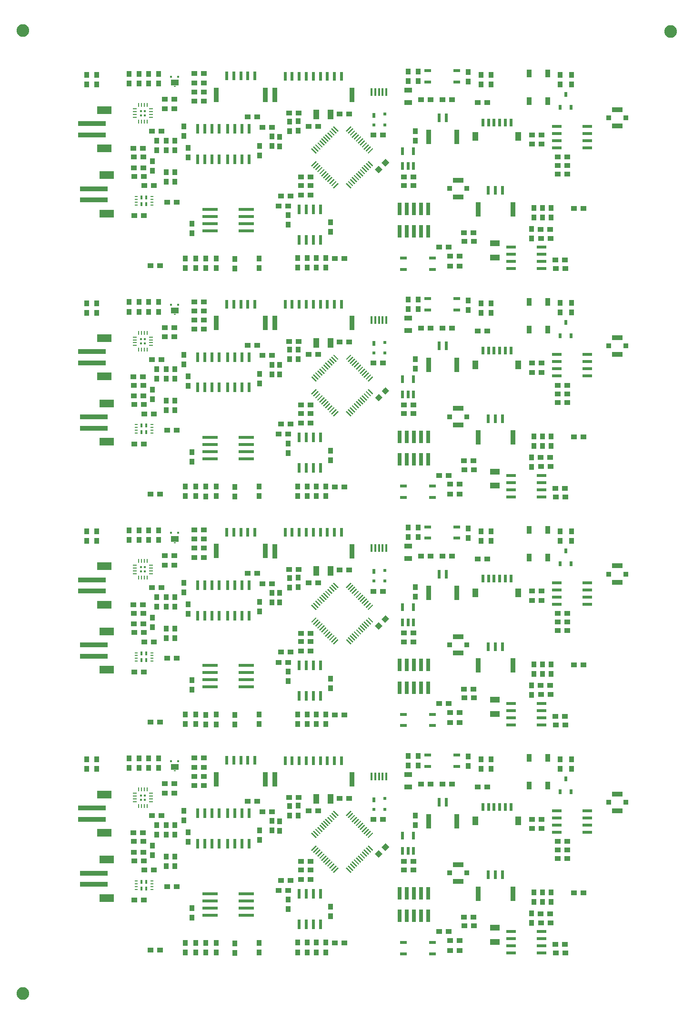
<source format=gbr>
G04 #@! TF.GenerationSoftware,KiCad,Pcbnew,(5.0.1-3-g963ef8bb5)*
G04 #@! TF.CreationDate,2019-02-11T18:03:15-05:00*
G04 #@! TF.ProjectId,fk-core-v0.15-01x04,666B2D636F72652D76302E31352D3031,0.1*
G04 #@! TF.SameCoordinates,PX791ddc0PY791ddc0*
G04 #@! TF.FileFunction,Paste,Top*
G04 #@! TF.FilePolarity,Positive*
%FSLAX46Y46*%
G04 Gerber Fmt 4.6, Leading zero omitted, Abs format (unit mm)*
G04 Created by KiCad (PCBNEW (5.0.1-3-g963ef8bb5)) date Monday, February 11, 2019 at 06:03:15 PM*
%MOMM*%
%LPD*%
G01*
G04 APERTURE LIST*
%ADD10R,0.440000X0.800000*%
%ADD11R,0.590000X0.185000*%
%ADD12R,0.900000X0.990000*%
%ADD13R,0.900000X2.520000*%
%ADD14R,0.540000X1.530000*%
%ADD15R,2.600000X1.340000*%
%ADD16R,4.950000X0.900000*%
%ADD17R,0.540000X1.800000*%
%ADD18R,0.675000X2.250000*%
%ADD19R,0.990000X1.710000*%
%ADD20R,0.220000X0.715000*%
%ADD21R,0.202000X0.715000*%
%ADD22R,0.715000X0.202000*%
%ADD23R,0.435000X0.435000*%
%ADD24R,1.800000X0.540000*%
%ADD25R,0.990000X0.900000*%
%ADD26R,0.585000X0.945000*%
%ADD27C,0.900000*%
%ADD28C,0.100000*%
%ADD29R,0.630000X0.540000*%
%ADD30R,0.630000X0.900000*%
%ADD31R,0.360000X0.225000*%
%ADD32R,1.440000X0.990000*%
%ADD33R,0.360000X0.450000*%
%ADD34R,1.080000X1.620000*%
%ADD35R,0.540000X1.395000*%
%ADD36R,1.710000X0.990000*%
%ADD37C,0.225000*%
%ADD38R,1.305000X0.630000*%
%ADD39R,0.585000X1.404000*%
%ADD40R,1.350000X0.900000*%
%ADD41R,0.945000X0.900000*%
%ADD42R,1.980000X0.945000*%
%ADD43R,2.700000X0.540000*%
%ADD44R,0.405000X1.350000*%
%ADD45R,0.810000X1.350000*%
%ADD46C,2.250000*%
G04 APERTURE END LIST*
D10*
G04 #@! TO.C,U15*
X-57954200Y-56893200D03*
X-58784200Y-56893200D03*
X-57954200Y-55703200D03*
X-58784200Y-55703200D03*
D11*
X-59769200Y-57048200D03*
X-59769200Y-56548200D03*
X-59769200Y-56048200D03*
X-59769200Y-55548200D03*
X-56969200Y-55548200D03*
X-56969200Y-56048200D03*
X-56969200Y-56548200D03*
X-56969200Y-57048200D03*
G04 #@! TD*
D10*
G04 #@! TO.C,U15*
X-57954200Y-16393200D03*
X-58784200Y-16393200D03*
X-57954200Y-15203200D03*
X-58784200Y-15203200D03*
D11*
X-59769200Y-16548200D03*
X-59769200Y-16048200D03*
X-59769200Y-15548200D03*
X-59769200Y-15048200D03*
X-56969200Y-15048200D03*
X-56969200Y-15548200D03*
X-56969200Y-16048200D03*
X-56969200Y-16548200D03*
G04 #@! TD*
D10*
G04 #@! TO.C,U15*
X-57954200Y24106800D03*
X-58784200Y24106800D03*
X-57954200Y25296800D03*
X-58784200Y25296800D03*
D11*
X-59769200Y23951800D03*
X-59769200Y24451800D03*
X-59769200Y24951800D03*
X-59769200Y25451800D03*
X-56969200Y25451800D03*
X-56969200Y24951800D03*
X-56969200Y24451800D03*
X-56969200Y23951800D03*
G04 #@! TD*
D10*
G04 #@! TO.C,U15*
X-57954200Y64606800D03*
X-58784200Y64606800D03*
X-57954200Y65796800D03*
X-58784200Y65796800D03*
D11*
X-59769200Y64451800D03*
X-59769200Y64951800D03*
X-59769200Y65451800D03*
X-59769200Y65951800D03*
X-56969200Y65951800D03*
X-56969200Y65451800D03*
X-56969200Y64951800D03*
X-56969200Y64451800D03*
G04 #@! TD*
D12*
G04 #@! TO.C,R47*
X-68529200Y-33985200D03*
X-68529200Y-35685200D03*
G04 #@! TD*
D13*
G04 #@! TO.C,J17*
X-35120200Y-37530600D03*
X-21420200Y-37530600D03*
D14*
X-33270200Y-34180600D03*
X-32020200Y-34180600D03*
X-30770200Y-34180600D03*
X-29520200Y-34180600D03*
X-28270200Y-34180600D03*
X-27020200Y-34180600D03*
X-25770200Y-34180600D03*
X-24520200Y-34180600D03*
X-23270200Y-34180600D03*
G04 #@! TD*
D15*
G04 #@! TO.C,J10*
X-65009200Y-58571200D03*
X-65009200Y-51771200D03*
D16*
X-67259200Y-56171200D03*
X-67259200Y-54171200D03*
G04 #@! TD*
D17*
G04 #@! TO.C,U8*
X-45034200Y-43565200D03*
X-46304200Y-43565200D03*
X-47574200Y-43565200D03*
X-48844200Y-43565200D03*
X-48844200Y-48965200D03*
X-47574200Y-48965200D03*
X-46304200Y-48965200D03*
X-45034200Y-48965200D03*
G04 #@! TD*
D12*
G04 #@! TO.C,R24*
X-57532953Y-35507259D03*
X-57532953Y-33807259D03*
G04 #@! TD*
D18*
G04 #@! TO.C,J7*
X-12903200Y-61727200D03*
X-12903200Y-57727200D03*
X-11633200Y-61727200D03*
X-11633200Y-57727200D03*
X-10363200Y-61727200D03*
X-10363200Y-57727200D03*
X-9093200Y-61727200D03*
X-9093200Y-57727200D03*
X-7823200Y-61727200D03*
X-7823200Y-57727200D03*
G04 #@! TD*
D19*
G04 #@! TO.C,Y1*
X-25216801Y-41032800D03*
X-27716799Y-41032800D03*
G04 #@! TD*
D20*
G04 #@! TO.C,U6*
X-59311283Y-39280067D03*
D21*
X-58811283Y-39280067D03*
X-58311283Y-39280067D03*
X-57811283Y-39280067D03*
D22*
X-57086283Y-40005067D03*
X-57086283Y-40505067D03*
X-57086283Y-41005067D03*
X-57086283Y-41505067D03*
D21*
X-57811283Y-42230067D03*
D20*
X-58311283Y-42230067D03*
D21*
X-58811283Y-42230067D03*
X-59311283Y-42230067D03*
D22*
X-60036283Y-41505067D03*
X-60036283Y-41005067D03*
X-60036283Y-40505067D03*
X-60036283Y-40005067D03*
D23*
X-58936283Y-41130067D03*
X-58936283Y-40380067D03*
X-58186283Y-40380067D03*
X-58186283Y-41130067D03*
G04 #@! TD*
D12*
G04 #@! TO.C,R45*
X-52908200Y-51257200D03*
X-52908200Y-52957200D03*
G04 #@! TD*
G04 #@! TO.C,C23*
X-54432200Y-47369200D03*
X-54432200Y-45669200D03*
G04 #@! TD*
G04 #@! TO.C,C16*
X-27704002Y-68215222D03*
X-27704002Y-66515222D03*
G04 #@! TD*
D24*
G04 #@! TO.C,U11*
X15003800Y-43115600D03*
X15003800Y-44385600D03*
X15003800Y-45655600D03*
X15003800Y-46925600D03*
X20403800Y-46925600D03*
X20403800Y-45655600D03*
X20403800Y-44385600D03*
X20403800Y-43115600D03*
G04 #@! TD*
D25*
G04 #@! TO.C,R9*
X-3974200Y-66153400D03*
X-2274200Y-66153400D03*
G04 #@! TD*
D12*
G04 #@! TO.C,C31*
X10972800Y-59307200D03*
X10972800Y-57607200D03*
G04 #@! TD*
D25*
G04 #@! TO.C,R41*
X14782800Y-66839200D03*
X16482800Y-66839200D03*
G04 #@! TD*
D12*
G04 #@! TO.C,R19*
X-42240200Y-66624200D03*
X-42240200Y-68324200D03*
G04 #@! TD*
D25*
G04 #@! TO.C,R20*
X-58465530Y-48551200D03*
X-60165530Y-48551200D03*
G04 #@! TD*
G04 #@! TO.C,C38*
X-4179200Y-64553200D03*
X-5879200Y-64553200D03*
G04 #@! TD*
D12*
G04 #@! TO.C,C29*
X-35636200Y-44907200D03*
X-35636200Y-46607200D03*
G04 #@! TD*
D25*
G04 #@! TO.C,R40*
X16521800Y-68363200D03*
X14821800Y-68363200D03*
G04 #@! TD*
D12*
G04 #@! TO.C,C34*
X-29355002Y-68215222D03*
X-29355002Y-66515222D03*
G04 #@! TD*
D25*
G04 #@! TO.C,R16*
X-32285200Y-55434600D03*
X-33985200Y-55434600D03*
G04 #@! TD*
G04 #@! TO.C,C6*
X-15914000Y-44639600D03*
X-17614000Y-44639600D03*
G04 #@! TD*
D12*
G04 #@! TO.C,R4*
X-51003200Y-68225800D03*
X-51003200Y-66525800D03*
G04 #@! TD*
D26*
G04 #@! TO.C,Q1*
X16586200Y-37448200D03*
X17536200Y-39748200D03*
X15636200Y-39748200D03*
G04 #@! TD*
D25*
G04 #@! TO.C,R18*
X-22721200Y-66585200D03*
X-24421200Y-66585200D03*
G04 #@! TD*
G04 #@! TO.C,C8*
X-30466400Y-53580400D03*
X-28766400Y-53580400D03*
G04 #@! TD*
D12*
G04 #@! TO.C,D11*
X1595600Y-33985200D03*
X1595600Y-35685200D03*
G04 #@! TD*
G04 #@! TO.C,C37*
X-711200Y-33477200D03*
X-711200Y-35177200D03*
G04 #@! TD*
G04 #@! TO.C,R28*
X-56845200Y-49313200D03*
X-56845200Y-51013200D03*
G04 #@! TD*
D25*
G04 #@! TO.C,R1*
X-55487200Y-67855200D03*
X-57187200Y-67855200D03*
G04 #@! TD*
D27*
G04 #@! TO.C,C9*
X-15451759Y-49550359D03*
D28*
G36*
X-15419939Y-48882143D02*
X-14783543Y-49518539D01*
X-15483579Y-50218575D01*
X-16119975Y-49582179D01*
X-15419939Y-48882143D01*
X-15419939Y-48882143D01*
G37*
D27*
X-16653841Y-50752441D03*
D28*
G36*
X-16622021Y-50084225D02*
X-15985625Y-50720621D01*
X-16685661Y-51420657D01*
X-17322057Y-50784261D01*
X-16622021Y-50084225D01*
X-16622021Y-50084225D01*
G37*
G04 #@! TD*
D12*
G04 #@! TO.C,D3*
X-45508730Y-68245630D03*
X-45508730Y-66545630D03*
G04 #@! TD*
G04 #@! TO.C,C32*
X14020800Y-57607200D03*
X14020800Y-59307200D03*
G04 #@! TD*
G04 #@! TO.C,C35*
X12496800Y-57607200D03*
X12496800Y-59307200D03*
G04 #@! TD*
G04 #@! TO.C,D1*
X15570200Y-33956600D03*
X15570200Y-35656600D03*
G04 #@! TD*
D25*
G04 #@! TO.C,C24*
X12167500Y-61365500D03*
X13867500Y-61365500D03*
G04 #@! TD*
G04 #@! TO.C,D9*
X-47689400Y-33739800D03*
X-49389400Y-33739800D03*
G04 #@! TD*
G04 #@! TO.C,R15*
X-32715200Y-57238000D03*
X-34415200Y-57238000D03*
G04 #@! TD*
D12*
G04 #@! TO.C,L2*
X-11379200Y-35050200D03*
X-11379200Y-33350200D03*
G04 #@! TD*
G04 #@! TO.C,D2*
X-49174400Y-68225800D03*
X-49174400Y-66525800D03*
G04 #@! TD*
D29*
G04 #@! TO.C,D8*
X-15517200Y-40925200D03*
X-15517200Y-42825200D03*
X-17517200Y-42825200D03*
D30*
X-17517200Y-41125200D03*
G04 #@! TD*
D12*
G04 #@! TO.C,R2*
X-37871400Y-68225800D03*
X-37871400Y-66525800D03*
G04 #@! TD*
D25*
G04 #@! TO.C,R37*
X12180200Y-62991100D03*
X13880200Y-62991100D03*
G04 #@! TD*
D12*
G04 #@! TO.C,C25*
X-50495200Y-46939200D03*
X-50495200Y-48639200D03*
G04 #@! TD*
D25*
G04 #@! TO.C,R8*
X-3974200Y-67931400D03*
X-2274200Y-67931400D03*
G04 #@! TD*
D31*
G04 #@! TO.C,D7*
X-52908200Y-35992800D03*
D32*
X-52908200Y-35317800D03*
D33*
X-53558200Y-34267800D03*
X-52258200Y-34267800D03*
G04 #@! TD*
D12*
G04 #@! TO.C,R34*
X-61038153Y-33807259D03*
X-61038153Y-35507259D03*
G04 #@! TD*
D25*
G04 #@! TO.C,R21*
X-54674553Y-39991259D03*
X-52974553Y-39991259D03*
G04 #@! TD*
G04 #@! TO.C,R10*
X-7455800Y-38391200D03*
X-9155800Y-38391200D03*
G04 #@! TD*
D12*
G04 #@! TO.C,C30*
X-37795200Y-48258200D03*
X-37795200Y-46558200D03*
G04 #@! TD*
D25*
G04 #@! TO.C,R35*
X-12178400Y-53605800D03*
X-10478400Y-53605800D03*
G04 #@! TD*
D12*
G04 #@! TO.C,R39*
X3322800Y-33985200D03*
X3322800Y-35685200D03*
G04 #@! TD*
G04 #@! TO.C,R3*
X17602200Y-35656600D03*
X17602200Y-33956600D03*
G04 #@! TD*
D25*
G04 #@! TO.C,R13*
X-37338000Y-43268000D03*
X-35638000Y-43268000D03*
G04 #@! TD*
G04 #@! TO.C,R17*
X-5295000Y-38391200D03*
X-3595000Y-38391200D03*
G04 #@! TD*
D12*
G04 #@! TO.C,C26*
X-51257200Y-44829200D03*
X-51257200Y-43129200D03*
G04 #@! TD*
G04 #@! TO.C,R14*
X-34239200Y-46646200D03*
X-34239200Y-44946200D03*
G04 #@! TD*
D34*
G04 #@! TO.C,J13*
X568800Y-44925200D03*
X8168800Y-44925200D03*
D35*
X1868800Y-42400200D03*
X2868800Y-42400200D03*
X3868800Y-42400200D03*
X4868800Y-42400200D03*
X5868800Y-42400200D03*
X6868800Y-42400200D03*
G04 #@! TD*
D17*
G04 #@! TO.C,U12*
X-26936700Y-57822200D03*
X-28206700Y-57822200D03*
X-29476700Y-57822200D03*
X-30746700Y-57822200D03*
X-30746700Y-63222200D03*
X-29476700Y-63222200D03*
X-28206700Y-63222200D03*
X-26936700Y-63222200D03*
G04 #@! TD*
D25*
G04 #@! TO.C,R36*
X-12153000Y-52056400D03*
X-10453000Y-52056400D03*
G04 #@! TD*
D12*
G04 #@! TO.C,R11*
X-56083200Y-47369200D03*
X-56083200Y-45669200D03*
G04 #@! TD*
D36*
G04 #@! TO.C,Y2*
X4038600Y-63887400D03*
X4038600Y-66387400D03*
G04 #@! TD*
D12*
G04 #@! TO.C,R6*
X-25222200Y-60147200D03*
X-25222200Y-61847200D03*
G04 #@! TD*
G04 #@! TO.C,C17*
X-26053002Y-68215222D03*
X-26053002Y-66515222D03*
G04 #@! TD*
D25*
G04 #@! TO.C,D10*
X-47689400Y-36991000D03*
X-49389400Y-36991000D03*
G04 #@! TD*
D12*
G04 #@! TO.C,L1*
X-30937200Y-42214800D03*
X-30937200Y-43914800D03*
G04 #@! TD*
G04 #@! TO.C,R25*
X-59260153Y-35507259D03*
X-59260153Y-33807259D03*
G04 #@! TD*
D24*
G04 #@! TO.C,U7*
X6926600Y-64553200D03*
X6926600Y-65823200D03*
X6926600Y-67093200D03*
X6926600Y-68363200D03*
X12326600Y-68363200D03*
X12326600Y-67093200D03*
X12326600Y-65823200D03*
X12326600Y-64553200D03*
G04 #@! TD*
D25*
G04 #@! TO.C,R32*
X-47689400Y-35365400D03*
X-49389400Y-35365400D03*
G04 #@! TD*
D12*
G04 #@! TO.C,R5*
X-47345600Y-68276600D03*
X-47345600Y-66576600D03*
G04 #@! TD*
D25*
G04 #@! TO.C,R33*
X-47689400Y-38616600D03*
X-49389400Y-38616600D03*
G04 #@! TD*
D12*
G04 #@! TO.C,R22*
X-55754953Y-35507259D03*
X-55754953Y-33807259D03*
G04 #@! TD*
G04 #@! TO.C,R12*
X-52908200Y-47369200D03*
X-52908200Y-45669200D03*
G04 #@! TD*
D25*
G04 #@! TO.C,L3*
X18098400Y-57695200D03*
X19798400Y-57695200D03*
G04 #@! TD*
G04 #@! TO.C,C40*
X-56630200Y-53631200D03*
X-58330200Y-53631200D03*
G04 #@! TD*
D12*
G04 #@! TO.C,D4*
X-66751200Y-35685200D03*
X-66751200Y-33985200D03*
G04 #@! TD*
D25*
G04 #@! TO.C,R48*
X978800Y-38899200D03*
X2678800Y-38899200D03*
G04 #@! TD*
D12*
G04 #@! TO.C,C10*
X-9601200Y-35050200D03*
X-9601200Y-33350200D03*
G04 #@! TD*
D15*
G04 #@! TO.C,J3*
X-65390200Y-46998200D03*
X-65390200Y-40198200D03*
D16*
X-67640200Y-44598200D03*
X-67640200Y-42598200D03*
G04 #@! TD*
D37*
G04 #@! TO.C,U2*
X-22008029Y-43556142D03*
D28*
G36*
X-22342137Y-44049349D02*
X-22501236Y-43890250D01*
X-21673921Y-43062935D01*
X-21514822Y-43222034D01*
X-22342137Y-44049349D01*
X-22342137Y-44049349D01*
G37*
D37*
X-21654476Y-43909695D03*
D28*
G36*
X-21988584Y-44402902D02*
X-22147683Y-44243803D01*
X-21320368Y-43416488D01*
X-21161269Y-43575587D01*
X-21988584Y-44402902D01*
X-21988584Y-44402902D01*
G37*
D37*
X-21300922Y-44263249D03*
D28*
G36*
X-21635030Y-44756456D02*
X-21794129Y-44597357D01*
X-20966814Y-43770042D01*
X-20807715Y-43929141D01*
X-21635030Y-44756456D01*
X-21635030Y-44756456D01*
G37*
D37*
X-20947369Y-44616802D03*
D28*
G36*
X-21281477Y-45110009D02*
X-21440576Y-44950910D01*
X-20613261Y-44123595D01*
X-20454162Y-44282694D01*
X-21281477Y-45110009D01*
X-21281477Y-45110009D01*
G37*
D37*
X-20593816Y-44970355D03*
D28*
G36*
X-20927924Y-45463562D02*
X-21087023Y-45304463D01*
X-20259708Y-44477148D01*
X-20100609Y-44636247D01*
X-20927924Y-45463562D01*
X-20927924Y-45463562D01*
G37*
D37*
X-20240262Y-45323909D03*
D28*
G36*
X-20574370Y-45817116D02*
X-20733469Y-45658017D01*
X-19906154Y-44830702D01*
X-19747055Y-44989801D01*
X-20574370Y-45817116D01*
X-20574370Y-45817116D01*
G37*
D37*
X-19886709Y-45677462D03*
D28*
G36*
X-20220817Y-46170669D02*
X-20379916Y-46011570D01*
X-19552601Y-45184255D01*
X-19393502Y-45343354D01*
X-20220817Y-46170669D01*
X-20220817Y-46170669D01*
G37*
D37*
X-19533155Y-46031016D03*
D28*
G36*
X-19867263Y-46524223D02*
X-20026362Y-46365124D01*
X-19199047Y-45537809D01*
X-19039948Y-45696908D01*
X-19867263Y-46524223D01*
X-19867263Y-46524223D01*
G37*
D37*
X-19179602Y-46384569D03*
D28*
G36*
X-19513710Y-46877776D02*
X-19672809Y-46718677D01*
X-18845494Y-45891362D01*
X-18686395Y-46050461D01*
X-19513710Y-46877776D01*
X-19513710Y-46877776D01*
G37*
D37*
X-18826049Y-46738122D03*
D28*
G36*
X-19160157Y-47231329D02*
X-19319256Y-47072230D01*
X-18491941Y-46244915D01*
X-18332842Y-46404014D01*
X-19160157Y-47231329D01*
X-19160157Y-47231329D01*
G37*
D37*
X-18472495Y-47091676D03*
D28*
G36*
X-18806603Y-47584883D02*
X-18965702Y-47425784D01*
X-18138387Y-46598469D01*
X-17979288Y-46757568D01*
X-18806603Y-47584883D01*
X-18806603Y-47584883D01*
G37*
D37*
X-18118942Y-47445229D03*
D28*
G36*
X-18453050Y-47938436D02*
X-18612149Y-47779337D01*
X-17784834Y-46952022D01*
X-17625735Y-47111121D01*
X-18453050Y-47938436D01*
X-18453050Y-47938436D01*
G37*
D37*
X-18118942Y-49707971D03*
D28*
G36*
X-18612149Y-49373863D02*
X-18453050Y-49214764D01*
X-17625735Y-50042079D01*
X-17784834Y-50201178D01*
X-18612149Y-49373863D01*
X-18612149Y-49373863D01*
G37*
D37*
X-18472495Y-50061524D03*
D28*
G36*
X-18965702Y-49727416D02*
X-18806603Y-49568317D01*
X-17979288Y-50395632D01*
X-18138387Y-50554731D01*
X-18965702Y-49727416D01*
X-18965702Y-49727416D01*
G37*
D37*
X-18826049Y-50415078D03*
D28*
G36*
X-19319256Y-50080970D02*
X-19160157Y-49921871D01*
X-18332842Y-50749186D01*
X-18491941Y-50908285D01*
X-19319256Y-50080970D01*
X-19319256Y-50080970D01*
G37*
D37*
X-19179602Y-50768631D03*
D28*
G36*
X-19672809Y-50434523D02*
X-19513710Y-50275424D01*
X-18686395Y-51102739D01*
X-18845494Y-51261838D01*
X-19672809Y-50434523D01*
X-19672809Y-50434523D01*
G37*
D37*
X-19533155Y-51122184D03*
D28*
G36*
X-20026362Y-50788076D02*
X-19867263Y-50628977D01*
X-19039948Y-51456292D01*
X-19199047Y-51615391D01*
X-20026362Y-50788076D01*
X-20026362Y-50788076D01*
G37*
D37*
X-19886709Y-51475738D03*
D28*
G36*
X-20379916Y-51141630D02*
X-20220817Y-50982531D01*
X-19393502Y-51809846D01*
X-19552601Y-51968945D01*
X-20379916Y-51141630D01*
X-20379916Y-51141630D01*
G37*
D37*
X-20240262Y-51829291D03*
D28*
G36*
X-20733469Y-51495183D02*
X-20574370Y-51336084D01*
X-19747055Y-52163399D01*
X-19906154Y-52322498D01*
X-20733469Y-51495183D01*
X-20733469Y-51495183D01*
G37*
D37*
X-20593816Y-52182845D03*
D28*
G36*
X-21087023Y-51848737D02*
X-20927924Y-51689638D01*
X-20100609Y-52516953D01*
X-20259708Y-52676052D01*
X-21087023Y-51848737D01*
X-21087023Y-51848737D01*
G37*
D37*
X-20947369Y-52536398D03*
D28*
G36*
X-21440576Y-52202290D02*
X-21281477Y-52043191D01*
X-20454162Y-52870506D01*
X-20613261Y-53029605D01*
X-21440576Y-52202290D01*
X-21440576Y-52202290D01*
G37*
D37*
X-21300922Y-52889951D03*
D28*
G36*
X-21794129Y-52555843D02*
X-21635030Y-52396744D01*
X-20807715Y-53224059D01*
X-20966814Y-53383158D01*
X-21794129Y-52555843D01*
X-21794129Y-52555843D01*
G37*
D37*
X-21654476Y-53243505D03*
D28*
G36*
X-22147683Y-52909397D02*
X-21988584Y-52750298D01*
X-21161269Y-53577613D01*
X-21320368Y-53736712D01*
X-22147683Y-52909397D01*
X-22147683Y-52909397D01*
G37*
D37*
X-22008029Y-53597058D03*
D28*
G36*
X-22501236Y-53262950D02*
X-22342137Y-53103851D01*
X-21514822Y-53931166D01*
X-21673921Y-54090265D01*
X-22501236Y-53262950D01*
X-22501236Y-53262950D01*
G37*
D37*
X-24270771Y-53597058D03*
D28*
G36*
X-24604879Y-54090265D02*
X-24763978Y-53931166D01*
X-23936663Y-53103851D01*
X-23777564Y-53262950D01*
X-24604879Y-54090265D01*
X-24604879Y-54090265D01*
G37*
D37*
X-24624324Y-53243505D03*
D28*
G36*
X-24958432Y-53736712D02*
X-25117531Y-53577613D01*
X-24290216Y-52750298D01*
X-24131117Y-52909397D01*
X-24958432Y-53736712D01*
X-24958432Y-53736712D01*
G37*
D37*
X-24977878Y-52889951D03*
D28*
G36*
X-25311986Y-53383158D02*
X-25471085Y-53224059D01*
X-24643770Y-52396744D01*
X-24484671Y-52555843D01*
X-25311986Y-53383158D01*
X-25311986Y-53383158D01*
G37*
D37*
X-25331431Y-52536398D03*
D28*
G36*
X-25665539Y-53029605D02*
X-25824638Y-52870506D01*
X-24997323Y-52043191D01*
X-24838224Y-52202290D01*
X-25665539Y-53029605D01*
X-25665539Y-53029605D01*
G37*
D37*
X-25684984Y-52182845D03*
D28*
G36*
X-26019092Y-52676052D02*
X-26178191Y-52516953D01*
X-25350876Y-51689638D01*
X-25191777Y-51848737D01*
X-26019092Y-52676052D01*
X-26019092Y-52676052D01*
G37*
D37*
X-26038538Y-51829291D03*
D28*
G36*
X-26372646Y-52322498D02*
X-26531745Y-52163399D01*
X-25704430Y-51336084D01*
X-25545331Y-51495183D01*
X-26372646Y-52322498D01*
X-26372646Y-52322498D01*
G37*
D37*
X-26392091Y-51475738D03*
D28*
G36*
X-26726199Y-51968945D02*
X-26885298Y-51809846D01*
X-26057983Y-50982531D01*
X-25898884Y-51141630D01*
X-26726199Y-51968945D01*
X-26726199Y-51968945D01*
G37*
D37*
X-26745645Y-51122184D03*
D28*
G36*
X-27079753Y-51615391D02*
X-27238852Y-51456292D01*
X-26411537Y-50628977D01*
X-26252438Y-50788076D01*
X-27079753Y-51615391D01*
X-27079753Y-51615391D01*
G37*
D37*
X-27099198Y-50768631D03*
D28*
G36*
X-27433306Y-51261838D02*
X-27592405Y-51102739D01*
X-26765090Y-50275424D01*
X-26605991Y-50434523D01*
X-27433306Y-51261838D01*
X-27433306Y-51261838D01*
G37*
D37*
X-27452751Y-50415078D03*
D28*
G36*
X-27786859Y-50908285D02*
X-27945958Y-50749186D01*
X-27118643Y-49921871D01*
X-26959544Y-50080970D01*
X-27786859Y-50908285D01*
X-27786859Y-50908285D01*
G37*
D37*
X-27806305Y-50061524D03*
D28*
G36*
X-28140413Y-50554731D02*
X-28299512Y-50395632D01*
X-27472197Y-49568317D01*
X-27313098Y-49727416D01*
X-28140413Y-50554731D01*
X-28140413Y-50554731D01*
G37*
D37*
X-28159858Y-49707971D03*
D28*
G36*
X-28493966Y-50201178D02*
X-28653065Y-50042079D01*
X-27825750Y-49214764D01*
X-27666651Y-49373863D01*
X-28493966Y-50201178D01*
X-28493966Y-50201178D01*
G37*
D37*
X-28159858Y-47445229D03*
D28*
G36*
X-28653065Y-47111121D02*
X-28493966Y-46952022D01*
X-27666651Y-47779337D01*
X-27825750Y-47938436D01*
X-28653065Y-47111121D01*
X-28653065Y-47111121D01*
G37*
D37*
X-27806305Y-47091676D03*
D28*
G36*
X-28299512Y-46757568D02*
X-28140413Y-46598469D01*
X-27313098Y-47425784D01*
X-27472197Y-47584883D01*
X-28299512Y-46757568D01*
X-28299512Y-46757568D01*
G37*
D37*
X-27452751Y-46738122D03*
D28*
G36*
X-27945958Y-46404014D02*
X-27786859Y-46244915D01*
X-26959544Y-47072230D01*
X-27118643Y-47231329D01*
X-27945958Y-46404014D01*
X-27945958Y-46404014D01*
G37*
D37*
X-27099198Y-46384569D03*
D28*
G36*
X-27592405Y-46050461D02*
X-27433306Y-45891362D01*
X-26605991Y-46718677D01*
X-26765090Y-46877776D01*
X-27592405Y-46050461D01*
X-27592405Y-46050461D01*
G37*
D37*
X-26745645Y-46031016D03*
D28*
G36*
X-27238852Y-45696908D02*
X-27079753Y-45537809D01*
X-26252438Y-46365124D01*
X-26411537Y-46524223D01*
X-27238852Y-45696908D01*
X-27238852Y-45696908D01*
G37*
D37*
X-26392091Y-45677462D03*
D28*
G36*
X-26885298Y-45343354D02*
X-26726199Y-45184255D01*
X-25898884Y-46011570D01*
X-26057983Y-46170669D01*
X-26885298Y-45343354D01*
X-26885298Y-45343354D01*
G37*
D37*
X-26038538Y-45323909D03*
D28*
G36*
X-26531745Y-44989801D02*
X-26372646Y-44830702D01*
X-25545331Y-45658017D01*
X-25704430Y-45817116D01*
X-26531745Y-44989801D01*
X-26531745Y-44989801D01*
G37*
D37*
X-25684984Y-44970355D03*
D28*
G36*
X-26178191Y-44636247D02*
X-26019092Y-44477148D01*
X-25191777Y-45304463D01*
X-25350876Y-45463562D01*
X-26178191Y-44636247D01*
X-26178191Y-44636247D01*
G37*
D37*
X-25331431Y-44616802D03*
D28*
G36*
X-25824638Y-44282694D02*
X-25665539Y-44123595D01*
X-24838224Y-44950910D01*
X-24997323Y-45110009D01*
X-25824638Y-44282694D01*
X-25824638Y-44282694D01*
G37*
D37*
X-24977878Y-44263249D03*
D28*
G36*
X-25471085Y-43929141D02*
X-25311986Y-43770042D01*
X-24484671Y-44597357D01*
X-24643770Y-44756456D01*
X-25471085Y-43929141D01*
X-25471085Y-43929141D01*
G37*
D37*
X-24624324Y-43909695D03*
D28*
G36*
X-25117531Y-43575587D02*
X-24958432Y-43416488D01*
X-24131117Y-44243803D01*
X-24290216Y-44402902D01*
X-25117531Y-43575587D01*
X-25117531Y-43575587D01*
G37*
D37*
X-24270771Y-43556142D03*
D28*
G36*
X-24763978Y-43222034D02*
X-24604879Y-43062935D01*
X-23777564Y-43890250D01*
X-23936663Y-44049349D01*
X-24763978Y-43222034D01*
X-24763978Y-43222034D01*
G37*
G04 #@! TD*
D12*
G04 #@! TO.C,R46*
X-54432200Y-52957200D03*
X-54432200Y-51257200D03*
G04 #@! TD*
D25*
G04 #@! TO.C,R44*
X-58408200Y-58965200D03*
X-60108200Y-58965200D03*
G04 #@! TD*
D38*
G04 #@! TO.C,SW1*
X-12232000Y-66474200D03*
X-7072000Y-66474200D03*
X-7072000Y-68474200D03*
X-12232000Y-68474200D03*
G04 #@! TD*
D25*
G04 #@! TO.C,R43*
X-54266200Y-56552200D03*
X-52566200Y-56552200D03*
G04 #@! TD*
D39*
G04 #@! TO.C,U4*
X-12380000Y-47480600D03*
X-10480000Y-47480600D03*
X-10480000Y-50180600D03*
X-11430000Y-50180600D03*
X-12380000Y-50180600D03*
G04 #@! TD*
D40*
G04 #@! TO.C,F1*
X-11379200Y-38856200D03*
X-11379200Y-36656200D03*
G04 #@! TD*
D12*
G04 #@! TO.C,R7*
X-32715200Y-58877200D03*
X-32715200Y-60577200D03*
G04 #@! TD*
D25*
G04 #@! TO.C,C2*
X291200Y-63537200D03*
X-1408800Y-63537200D03*
G04 #@! TD*
D17*
G04 #@! TO.C,U9*
X-39700200Y-43565200D03*
X-40970200Y-43565200D03*
X-42240200Y-43565200D03*
X-43510200Y-43565200D03*
X-43510200Y-48965200D03*
X-42240200Y-48965200D03*
X-40970200Y-48965200D03*
X-39700200Y-48965200D03*
G04 #@! TD*
D12*
G04 #@! TO.C,C33*
X-31006002Y-68215222D03*
X-31006002Y-66515222D03*
G04 #@! TD*
D25*
G04 #@! TO.C,C21*
X-38215200Y-41439200D03*
X-39915200Y-41439200D03*
G04 #@! TD*
D41*
G04 #@! TO.C,J11*
X24229600Y-41591600D03*
D42*
X25754600Y-43066600D03*
D41*
X27279600Y-41591600D03*
D42*
X25754600Y-40116600D03*
G04 #@! TD*
D43*
G04 #@! TO.C,U5*
X-40183200Y-61632200D03*
X-40183200Y-60362200D03*
X-40183200Y-59092200D03*
X-40183200Y-57822200D03*
X-46583200Y-57822200D03*
X-46583200Y-59092200D03*
X-46583200Y-60362200D03*
X-46583200Y-61632200D03*
G04 #@! TD*
D38*
G04 #@! TO.C,SW2*
X-2741300Y-35200200D03*
X-7901300Y-35200200D03*
X-7901300Y-33200200D03*
X-2741300Y-33200200D03*
G04 #@! TD*
D25*
G04 #@! TO.C,C19*
X-58535200Y-47027200D03*
X-60235200Y-47027200D03*
G04 #@! TD*
G04 #@! TO.C,C39*
X-58496200Y-50456200D03*
X-60196200Y-50456200D03*
G04 #@! TD*
G04 #@! TO.C,C5*
X-30466400Y-52081800D03*
X-28766400Y-52081800D03*
G04 #@! TD*
D13*
G04 #@! TO.C,J5*
X1014800Y-57825200D03*
X7214800Y-57825200D03*
D14*
X2864800Y-54475200D03*
X4114800Y-54475200D03*
X5364800Y-54475200D03*
G04 #@! TD*
D12*
G04 #@! TO.C,C7*
X-32512000Y-42265600D03*
X-32512000Y-43965600D03*
G04 #@! TD*
D25*
G04 #@! TO.C,R29*
X16902800Y-51599200D03*
X15202800Y-51599200D03*
G04 #@! TD*
G04 #@! TO.C,C36*
X15202800Y-48551200D03*
X16902800Y-48551200D03*
G04 #@! TD*
G04 #@! TO.C,C3*
X-27394800Y-43115600D03*
X-29094800Y-43115600D03*
G04 #@! TD*
G04 #@! TO.C,R38*
X16902800Y-50075200D03*
X15202800Y-50075200D03*
G04 #@! TD*
G04 #@! TO.C,C28*
X10642600Y-44598960D03*
X12342600Y-44598960D03*
G04 #@! TD*
G04 #@! TO.C,C27*
X10630800Y-46265200D03*
X12330800Y-46265200D03*
G04 #@! TD*
G04 #@! TO.C,C1*
X-32549200Y-40778800D03*
X-30849200Y-40778800D03*
G04 #@! TD*
G04 #@! TO.C,C12*
X-54674553Y-38314859D03*
X-52974553Y-38314859D03*
G04 #@! TD*
D42*
G04 #@! TO.C,J15*
X-2489200Y-52664200D03*
D41*
X-964200Y-54139200D03*
D42*
X-2489200Y-55614200D03*
D41*
X-4014200Y-54139200D03*
G04 #@! TD*
D25*
G04 #@! TO.C,C13*
X240400Y-61987800D03*
X-1459600Y-61987800D03*
G04 #@! TD*
G04 #@! TO.C,R42*
X-58408200Y-51980200D03*
X-60108200Y-51980200D03*
G04 #@! TD*
D12*
G04 #@! TO.C,C18*
X-49860200Y-62101200D03*
X-49860200Y-60401200D03*
G04 #@! TD*
D44*
G04 #@! TO.C,J16*
X-17886200Y-36998200D03*
X-17236200Y-36998200D03*
X-15936200Y-36998200D03*
X-16586200Y-36998200D03*
X-15286200Y-36998200D03*
G04 #@! TD*
D25*
G04 #@! TO.C,C4*
X-23557600Y-40880400D03*
X-21857600Y-40880400D03*
G04 #@! TD*
G04 #@! TO.C,C20*
X-56933200Y-43979200D03*
X-55233200Y-43979200D03*
G04 #@! TD*
D13*
G04 #@! TO.C,J8*
X-7745500Y-44947400D03*
X-2795500Y-44947400D03*
D14*
X-5895500Y-41597400D03*
X-4645500Y-41597400D03*
G04 #@! TD*
D12*
G04 #@! TO.C,C11*
X-10109200Y-43916600D03*
X-10109200Y-45616600D03*
G04 #@! TD*
G04 #@! TO.C,C22*
X10541000Y-61341000D03*
X10541000Y-63041000D03*
G04 #@! TD*
D45*
G04 #@! TO.C,U13*
X10135600Y-33744100D03*
X13435600Y-33744100D03*
X13435600Y-38644100D03*
X10135600Y-38644100D03*
G04 #@! TD*
D25*
G04 #@! TO.C,C15*
X-30441000Y-55282200D03*
X-28741000Y-55282200D03*
G04 #@! TD*
D13*
G04 #@! TO.C,J6*
X-45491400Y-37502200D03*
X-36791400Y-37502200D03*
D14*
X-43641400Y-34152200D03*
X-42391400Y-34152200D03*
X-41141400Y-34152200D03*
X-39891400Y-34152200D03*
X-38641400Y-34152200D03*
G04 #@! TD*
D16*
G04 #@! TO.C,J10*
X-67259200Y-13671200D03*
X-67259200Y-15671200D03*
D15*
X-65009200Y-11271200D03*
X-65009200Y-18071200D03*
G04 #@! TD*
D12*
G04 #@! TO.C,R47*
X-68529200Y4814800D03*
X-68529200Y6514800D03*
G04 #@! TD*
D14*
G04 #@! TO.C,J17*
X-23270200Y6319400D03*
X-24520200Y6319400D03*
X-25770200Y6319400D03*
X-27020200Y6319400D03*
X-28270200Y6319400D03*
X-29520200Y6319400D03*
X-30770200Y6319400D03*
X-32020200Y6319400D03*
X-33270200Y6319400D03*
D13*
X-21420200Y2969400D03*
X-35120200Y2969400D03*
G04 #@! TD*
D12*
G04 #@! TO.C,D4*
X-66751200Y6514800D03*
X-66751200Y4814800D03*
G04 #@! TD*
D25*
G04 #@! TO.C,R48*
X2678800Y1600800D03*
X978800Y1600800D03*
G04 #@! TD*
D16*
G04 #@! TO.C,J3*
X-67640200Y-2098200D03*
X-67640200Y-4098200D03*
D15*
X-65390200Y301800D03*
X-65390200Y-6498200D03*
G04 #@! TD*
D37*
G04 #@! TO.C,U2*
X-24270771Y-3056142D03*
D28*
G36*
X-24763978Y-2722034D02*
X-24604879Y-2562935D01*
X-23777564Y-3390250D01*
X-23936663Y-3549349D01*
X-24763978Y-2722034D01*
X-24763978Y-2722034D01*
G37*
D37*
X-24624324Y-3409695D03*
D28*
G36*
X-25117531Y-3075587D02*
X-24958432Y-2916488D01*
X-24131117Y-3743803D01*
X-24290216Y-3902902D01*
X-25117531Y-3075587D01*
X-25117531Y-3075587D01*
G37*
D37*
X-24977878Y-3763249D03*
D28*
G36*
X-25471085Y-3429141D02*
X-25311986Y-3270042D01*
X-24484671Y-4097357D01*
X-24643770Y-4256456D01*
X-25471085Y-3429141D01*
X-25471085Y-3429141D01*
G37*
D37*
X-25331431Y-4116802D03*
D28*
G36*
X-25824638Y-3782694D02*
X-25665539Y-3623595D01*
X-24838224Y-4450910D01*
X-24997323Y-4610009D01*
X-25824638Y-3782694D01*
X-25824638Y-3782694D01*
G37*
D37*
X-25684984Y-4470355D03*
D28*
G36*
X-26178191Y-4136247D02*
X-26019092Y-3977148D01*
X-25191777Y-4804463D01*
X-25350876Y-4963562D01*
X-26178191Y-4136247D01*
X-26178191Y-4136247D01*
G37*
D37*
X-26038538Y-4823909D03*
D28*
G36*
X-26531745Y-4489801D02*
X-26372646Y-4330702D01*
X-25545331Y-5158017D01*
X-25704430Y-5317116D01*
X-26531745Y-4489801D01*
X-26531745Y-4489801D01*
G37*
D37*
X-26392091Y-5177462D03*
D28*
G36*
X-26885298Y-4843354D02*
X-26726199Y-4684255D01*
X-25898884Y-5511570D01*
X-26057983Y-5670669D01*
X-26885298Y-4843354D01*
X-26885298Y-4843354D01*
G37*
D37*
X-26745645Y-5531016D03*
D28*
G36*
X-27238852Y-5196908D02*
X-27079753Y-5037809D01*
X-26252438Y-5865124D01*
X-26411537Y-6024223D01*
X-27238852Y-5196908D01*
X-27238852Y-5196908D01*
G37*
D37*
X-27099198Y-5884569D03*
D28*
G36*
X-27592405Y-5550461D02*
X-27433306Y-5391362D01*
X-26605991Y-6218677D01*
X-26765090Y-6377776D01*
X-27592405Y-5550461D01*
X-27592405Y-5550461D01*
G37*
D37*
X-27452751Y-6238122D03*
D28*
G36*
X-27945958Y-5904014D02*
X-27786859Y-5744915D01*
X-26959544Y-6572230D01*
X-27118643Y-6731329D01*
X-27945958Y-5904014D01*
X-27945958Y-5904014D01*
G37*
D37*
X-27806305Y-6591676D03*
D28*
G36*
X-28299512Y-6257568D02*
X-28140413Y-6098469D01*
X-27313098Y-6925784D01*
X-27472197Y-7084883D01*
X-28299512Y-6257568D01*
X-28299512Y-6257568D01*
G37*
D37*
X-28159858Y-6945229D03*
D28*
G36*
X-28653065Y-6611121D02*
X-28493966Y-6452022D01*
X-27666651Y-7279337D01*
X-27825750Y-7438436D01*
X-28653065Y-6611121D01*
X-28653065Y-6611121D01*
G37*
D37*
X-28159858Y-9207971D03*
D28*
G36*
X-28493966Y-9701178D02*
X-28653065Y-9542079D01*
X-27825750Y-8714764D01*
X-27666651Y-8873863D01*
X-28493966Y-9701178D01*
X-28493966Y-9701178D01*
G37*
D37*
X-27806305Y-9561524D03*
D28*
G36*
X-28140413Y-10054731D02*
X-28299512Y-9895632D01*
X-27472197Y-9068317D01*
X-27313098Y-9227416D01*
X-28140413Y-10054731D01*
X-28140413Y-10054731D01*
G37*
D37*
X-27452751Y-9915078D03*
D28*
G36*
X-27786859Y-10408285D02*
X-27945958Y-10249186D01*
X-27118643Y-9421871D01*
X-26959544Y-9580970D01*
X-27786859Y-10408285D01*
X-27786859Y-10408285D01*
G37*
D37*
X-27099198Y-10268631D03*
D28*
G36*
X-27433306Y-10761838D02*
X-27592405Y-10602739D01*
X-26765090Y-9775424D01*
X-26605991Y-9934523D01*
X-27433306Y-10761838D01*
X-27433306Y-10761838D01*
G37*
D37*
X-26745645Y-10622184D03*
D28*
G36*
X-27079753Y-11115391D02*
X-27238852Y-10956292D01*
X-26411537Y-10128977D01*
X-26252438Y-10288076D01*
X-27079753Y-11115391D01*
X-27079753Y-11115391D01*
G37*
D37*
X-26392091Y-10975738D03*
D28*
G36*
X-26726199Y-11468945D02*
X-26885298Y-11309846D01*
X-26057983Y-10482531D01*
X-25898884Y-10641630D01*
X-26726199Y-11468945D01*
X-26726199Y-11468945D01*
G37*
D37*
X-26038538Y-11329291D03*
D28*
G36*
X-26372646Y-11822498D02*
X-26531745Y-11663399D01*
X-25704430Y-10836084D01*
X-25545331Y-10995183D01*
X-26372646Y-11822498D01*
X-26372646Y-11822498D01*
G37*
D37*
X-25684984Y-11682845D03*
D28*
G36*
X-26019092Y-12176052D02*
X-26178191Y-12016953D01*
X-25350876Y-11189638D01*
X-25191777Y-11348737D01*
X-26019092Y-12176052D01*
X-26019092Y-12176052D01*
G37*
D37*
X-25331431Y-12036398D03*
D28*
G36*
X-25665539Y-12529605D02*
X-25824638Y-12370506D01*
X-24997323Y-11543191D01*
X-24838224Y-11702290D01*
X-25665539Y-12529605D01*
X-25665539Y-12529605D01*
G37*
D37*
X-24977878Y-12389951D03*
D28*
G36*
X-25311986Y-12883158D02*
X-25471085Y-12724059D01*
X-24643770Y-11896744D01*
X-24484671Y-12055843D01*
X-25311986Y-12883158D01*
X-25311986Y-12883158D01*
G37*
D37*
X-24624324Y-12743505D03*
D28*
G36*
X-24958432Y-13236712D02*
X-25117531Y-13077613D01*
X-24290216Y-12250298D01*
X-24131117Y-12409397D01*
X-24958432Y-13236712D01*
X-24958432Y-13236712D01*
G37*
D37*
X-24270771Y-13097058D03*
D28*
G36*
X-24604879Y-13590265D02*
X-24763978Y-13431166D01*
X-23936663Y-12603851D01*
X-23777564Y-12762950D01*
X-24604879Y-13590265D01*
X-24604879Y-13590265D01*
G37*
D37*
X-22008029Y-13097058D03*
D28*
G36*
X-22501236Y-12762950D02*
X-22342137Y-12603851D01*
X-21514822Y-13431166D01*
X-21673921Y-13590265D01*
X-22501236Y-12762950D01*
X-22501236Y-12762950D01*
G37*
D37*
X-21654476Y-12743505D03*
D28*
G36*
X-22147683Y-12409397D02*
X-21988584Y-12250298D01*
X-21161269Y-13077613D01*
X-21320368Y-13236712D01*
X-22147683Y-12409397D01*
X-22147683Y-12409397D01*
G37*
D37*
X-21300922Y-12389951D03*
D28*
G36*
X-21794129Y-12055843D02*
X-21635030Y-11896744D01*
X-20807715Y-12724059D01*
X-20966814Y-12883158D01*
X-21794129Y-12055843D01*
X-21794129Y-12055843D01*
G37*
D37*
X-20947369Y-12036398D03*
D28*
G36*
X-21440576Y-11702290D02*
X-21281477Y-11543191D01*
X-20454162Y-12370506D01*
X-20613261Y-12529605D01*
X-21440576Y-11702290D01*
X-21440576Y-11702290D01*
G37*
D37*
X-20593816Y-11682845D03*
D28*
G36*
X-21087023Y-11348737D02*
X-20927924Y-11189638D01*
X-20100609Y-12016953D01*
X-20259708Y-12176052D01*
X-21087023Y-11348737D01*
X-21087023Y-11348737D01*
G37*
D37*
X-20240262Y-11329291D03*
D28*
G36*
X-20733469Y-10995183D02*
X-20574370Y-10836084D01*
X-19747055Y-11663399D01*
X-19906154Y-11822498D01*
X-20733469Y-10995183D01*
X-20733469Y-10995183D01*
G37*
D37*
X-19886709Y-10975738D03*
D28*
G36*
X-20379916Y-10641630D02*
X-20220817Y-10482531D01*
X-19393502Y-11309846D01*
X-19552601Y-11468945D01*
X-20379916Y-10641630D01*
X-20379916Y-10641630D01*
G37*
D37*
X-19533155Y-10622184D03*
D28*
G36*
X-20026362Y-10288076D02*
X-19867263Y-10128977D01*
X-19039948Y-10956292D01*
X-19199047Y-11115391D01*
X-20026362Y-10288076D01*
X-20026362Y-10288076D01*
G37*
D37*
X-19179602Y-10268631D03*
D28*
G36*
X-19672809Y-9934523D02*
X-19513710Y-9775424D01*
X-18686395Y-10602739D01*
X-18845494Y-10761838D01*
X-19672809Y-9934523D01*
X-19672809Y-9934523D01*
G37*
D37*
X-18826049Y-9915078D03*
D28*
G36*
X-19319256Y-9580970D02*
X-19160157Y-9421871D01*
X-18332842Y-10249186D01*
X-18491941Y-10408285D01*
X-19319256Y-9580970D01*
X-19319256Y-9580970D01*
G37*
D37*
X-18472495Y-9561524D03*
D28*
G36*
X-18965702Y-9227416D02*
X-18806603Y-9068317D01*
X-17979288Y-9895632D01*
X-18138387Y-10054731D01*
X-18965702Y-9227416D01*
X-18965702Y-9227416D01*
G37*
D37*
X-18118942Y-9207971D03*
D28*
G36*
X-18612149Y-8873863D02*
X-18453050Y-8714764D01*
X-17625735Y-9542079D01*
X-17784834Y-9701178D01*
X-18612149Y-8873863D01*
X-18612149Y-8873863D01*
G37*
D37*
X-18118942Y-6945229D03*
D28*
G36*
X-18453050Y-7438436D02*
X-18612149Y-7279337D01*
X-17784834Y-6452022D01*
X-17625735Y-6611121D01*
X-18453050Y-7438436D01*
X-18453050Y-7438436D01*
G37*
D37*
X-18472495Y-6591676D03*
D28*
G36*
X-18806603Y-7084883D02*
X-18965702Y-6925784D01*
X-18138387Y-6098469D01*
X-17979288Y-6257568D01*
X-18806603Y-7084883D01*
X-18806603Y-7084883D01*
G37*
D37*
X-18826049Y-6238122D03*
D28*
G36*
X-19160157Y-6731329D02*
X-19319256Y-6572230D01*
X-18491941Y-5744915D01*
X-18332842Y-5904014D01*
X-19160157Y-6731329D01*
X-19160157Y-6731329D01*
G37*
D37*
X-19179602Y-5884569D03*
D28*
G36*
X-19513710Y-6377776D02*
X-19672809Y-6218677D01*
X-18845494Y-5391362D01*
X-18686395Y-5550461D01*
X-19513710Y-6377776D01*
X-19513710Y-6377776D01*
G37*
D37*
X-19533155Y-5531016D03*
D28*
G36*
X-19867263Y-6024223D02*
X-20026362Y-5865124D01*
X-19199047Y-5037809D01*
X-19039948Y-5196908D01*
X-19867263Y-6024223D01*
X-19867263Y-6024223D01*
G37*
D37*
X-19886709Y-5177462D03*
D28*
G36*
X-20220817Y-5670669D02*
X-20379916Y-5511570D01*
X-19552601Y-4684255D01*
X-19393502Y-4843354D01*
X-20220817Y-5670669D01*
X-20220817Y-5670669D01*
G37*
D37*
X-20240262Y-4823909D03*
D28*
G36*
X-20574370Y-5317116D02*
X-20733469Y-5158017D01*
X-19906154Y-4330702D01*
X-19747055Y-4489801D01*
X-20574370Y-5317116D01*
X-20574370Y-5317116D01*
G37*
D37*
X-20593816Y-4470355D03*
D28*
G36*
X-20927924Y-4963562D02*
X-21087023Y-4804463D01*
X-20259708Y-3977148D01*
X-20100609Y-4136247D01*
X-20927924Y-4963562D01*
X-20927924Y-4963562D01*
G37*
D37*
X-20947369Y-4116802D03*
D28*
G36*
X-21281477Y-4610009D02*
X-21440576Y-4450910D01*
X-20613261Y-3623595D01*
X-20454162Y-3782694D01*
X-21281477Y-4610009D01*
X-21281477Y-4610009D01*
G37*
D37*
X-21300922Y-3763249D03*
D28*
G36*
X-21635030Y-4256456D02*
X-21794129Y-4097357D01*
X-20966814Y-3270042D01*
X-20807715Y-3429141D01*
X-21635030Y-4256456D01*
X-21635030Y-4256456D01*
G37*
D37*
X-21654476Y-3409695D03*
D28*
G36*
X-21988584Y-3902902D02*
X-22147683Y-3743803D01*
X-21320368Y-2916488D01*
X-21161269Y-3075587D01*
X-21988584Y-3902902D01*
X-21988584Y-3902902D01*
G37*
D37*
X-22008029Y-3056142D03*
D28*
G36*
X-22342137Y-3549349D02*
X-22501236Y-3390250D01*
X-21673921Y-2562935D01*
X-21514822Y-2722034D01*
X-22342137Y-3549349D01*
X-22342137Y-3549349D01*
G37*
G04 #@! TD*
D25*
G04 #@! TO.C,C40*
X-58330200Y-13131200D03*
X-56630200Y-13131200D03*
G04 #@! TD*
D12*
G04 #@! TO.C,R46*
X-54432200Y-10757200D03*
X-54432200Y-12457200D03*
G04 #@! TD*
D25*
G04 #@! TO.C,R44*
X-60108200Y-18465200D03*
X-58408200Y-18465200D03*
G04 #@! TD*
G04 #@! TO.C,R43*
X-52566200Y-16052200D03*
X-54266200Y-16052200D03*
G04 #@! TD*
D39*
G04 #@! TO.C,U4*
X-12380000Y-9680600D03*
X-11430000Y-9680600D03*
X-10480000Y-9680600D03*
X-10480000Y-6980600D03*
X-12380000Y-6980600D03*
G04 #@! TD*
D25*
G04 #@! TO.C,L3*
X19798400Y-17195200D03*
X18098400Y-17195200D03*
G04 #@! TD*
D40*
G04 #@! TO.C,F1*
X-11379200Y3843800D03*
X-11379200Y1643800D03*
G04 #@! TD*
D12*
G04 #@! TO.C,R7*
X-32715200Y-20077200D03*
X-32715200Y-18377200D03*
G04 #@! TD*
D38*
G04 #@! TO.C,SW1*
X-12232000Y-27974200D03*
X-7072000Y-27974200D03*
X-7072000Y-25974200D03*
X-12232000Y-25974200D03*
G04 #@! TD*
D25*
G04 #@! TO.C,C2*
X-1408800Y-23037200D03*
X291200Y-23037200D03*
G04 #@! TD*
D12*
G04 #@! TO.C,C10*
X-9601200Y7149800D03*
X-9601200Y5449800D03*
G04 #@! TD*
D25*
G04 #@! TO.C,C4*
X-21857600Y-380400D03*
X-23557600Y-380400D03*
G04 #@! TD*
G04 #@! TO.C,C3*
X-29094800Y-2615600D03*
X-27394800Y-2615600D03*
G04 #@! TD*
D17*
G04 #@! TO.C,U9*
X-39700200Y-8465200D03*
X-40970200Y-8465200D03*
X-42240200Y-8465200D03*
X-43510200Y-8465200D03*
X-43510200Y-3065200D03*
X-42240200Y-3065200D03*
X-40970200Y-3065200D03*
X-39700200Y-3065200D03*
G04 #@! TD*
D25*
G04 #@! TO.C,C20*
X-55233200Y-3479200D03*
X-56933200Y-3479200D03*
G04 #@! TD*
D12*
G04 #@! TO.C,C33*
X-31006002Y-26015222D03*
X-31006002Y-27715222D03*
G04 #@! TD*
D43*
G04 #@! TO.C,U5*
X-46583200Y-21132200D03*
X-46583200Y-19862200D03*
X-46583200Y-18592200D03*
X-46583200Y-17322200D03*
X-40183200Y-17322200D03*
X-40183200Y-18592200D03*
X-40183200Y-19862200D03*
X-40183200Y-21132200D03*
G04 #@! TD*
D25*
G04 #@! TO.C,C21*
X-39915200Y-939200D03*
X-38215200Y-939200D03*
G04 #@! TD*
D14*
G04 #@! TO.C,J8*
X-4645500Y-1097400D03*
X-5895500Y-1097400D03*
D13*
X-2795500Y-4447400D03*
X-7745500Y-4447400D03*
G04 #@! TD*
D38*
G04 #@! TO.C,SW2*
X-2741300Y7299800D03*
X-7901300Y7299800D03*
X-7901300Y5299800D03*
X-2741300Y5299800D03*
G04 #@! TD*
D25*
G04 #@! TO.C,C12*
X-52974553Y2185141D03*
X-54674553Y2185141D03*
G04 #@! TD*
G04 #@! TO.C,C19*
X-60235200Y-6527200D03*
X-58535200Y-6527200D03*
G04 #@! TD*
G04 #@! TO.C,C1*
X-30849200Y-278800D03*
X-32549200Y-278800D03*
G04 #@! TD*
G04 #@! TO.C,C39*
X-60196200Y-9956200D03*
X-58496200Y-9956200D03*
G04 #@! TD*
D41*
G04 #@! TO.C,J15*
X-4014200Y-13639200D03*
D42*
X-2489200Y-15114200D03*
D41*
X-964200Y-13639200D03*
D42*
X-2489200Y-12164200D03*
G04 #@! TD*
D25*
G04 #@! TO.C,C13*
X-1459600Y-21487800D03*
X240400Y-21487800D03*
G04 #@! TD*
G04 #@! TO.C,C36*
X16902800Y-8051200D03*
X15202800Y-8051200D03*
G04 #@! TD*
D42*
G04 #@! TO.C,J11*
X25754600Y383400D03*
D41*
X27279600Y-1091600D03*
D42*
X25754600Y-2566600D03*
D41*
X24229600Y-1091600D03*
G04 #@! TD*
D45*
G04 #@! TO.C,U13*
X10135600Y1855900D03*
X13435600Y1855900D03*
X13435600Y6755900D03*
X10135600Y6755900D03*
G04 #@! TD*
D12*
G04 #@! TO.C,C11*
X-10109200Y-5116600D03*
X-10109200Y-3416600D03*
G04 #@! TD*
D25*
G04 #@! TO.C,R38*
X15202800Y-9575200D03*
X16902800Y-9575200D03*
G04 #@! TD*
D14*
G04 #@! TO.C,J5*
X5364800Y-13975200D03*
X4114800Y-13975200D03*
X2864800Y-13975200D03*
D13*
X7214800Y-17325200D03*
X1014800Y-17325200D03*
G04 #@! TD*
D25*
G04 #@! TO.C,C5*
X-28766400Y-11581800D03*
X-30466400Y-11581800D03*
G04 #@! TD*
G04 #@! TO.C,R42*
X-60108200Y-11480200D03*
X-58408200Y-11480200D03*
G04 #@! TD*
D14*
G04 #@! TO.C,J6*
X-38641400Y6347800D03*
X-39891400Y6347800D03*
X-41141400Y6347800D03*
X-42391400Y6347800D03*
X-43641400Y6347800D03*
D13*
X-36791400Y2997800D03*
X-45491400Y2997800D03*
G04 #@! TD*
D12*
G04 #@! TO.C,C7*
X-32512000Y-3465600D03*
X-32512000Y-1765600D03*
G04 #@! TD*
D25*
G04 #@! TO.C,C28*
X12342600Y-4098960D03*
X10642600Y-4098960D03*
G04 #@! TD*
D12*
G04 #@! TO.C,C18*
X-49860200Y-19901200D03*
X-49860200Y-21601200D03*
G04 #@! TD*
G04 #@! TO.C,C22*
X10541000Y-22541000D03*
X10541000Y-20841000D03*
G04 #@! TD*
D25*
G04 #@! TO.C,C15*
X-28741000Y-14782200D03*
X-30441000Y-14782200D03*
G04 #@! TD*
G04 #@! TO.C,R29*
X15202800Y-11099200D03*
X16902800Y-11099200D03*
G04 #@! TD*
D44*
G04 #@! TO.C,J16*
X-15286200Y3501800D03*
X-16586200Y3501800D03*
X-15936200Y3501800D03*
X-17236200Y3501800D03*
X-17886200Y3501800D03*
G04 #@! TD*
D25*
G04 #@! TO.C,C27*
X12330800Y-5765200D03*
X10630800Y-5765200D03*
G04 #@! TD*
D12*
G04 #@! TO.C,R45*
X-52908200Y-12457200D03*
X-52908200Y-10757200D03*
G04 #@! TD*
G04 #@! TO.C,C16*
X-27704002Y-26015222D03*
X-27704002Y-27715222D03*
G04 #@! TD*
G04 #@! TO.C,C34*
X-29355002Y-26015222D03*
X-29355002Y-27715222D03*
G04 #@! TD*
D24*
G04 #@! TO.C,U11*
X20403800Y-2615600D03*
X20403800Y-3885600D03*
X20403800Y-5155600D03*
X20403800Y-6425600D03*
X15003800Y-6425600D03*
X15003800Y-5155600D03*
X15003800Y-3885600D03*
X15003800Y-2615600D03*
G04 #@! TD*
D12*
G04 #@! TO.C,C31*
X10972800Y-17107200D03*
X10972800Y-18807200D03*
G04 #@! TD*
D19*
G04 #@! TO.C,Y1*
X-27716799Y-532800D03*
X-25216801Y-532800D03*
G04 #@! TD*
D25*
G04 #@! TO.C,R9*
X-2274200Y-25653400D03*
X-3974200Y-25653400D03*
G04 #@! TD*
D23*
G04 #@! TO.C,U6*
X-58186283Y-630067D03*
X-58186283Y119933D03*
X-58936283Y119933D03*
X-58936283Y-630067D03*
D22*
X-60036283Y494933D03*
X-60036283Y-5067D03*
X-60036283Y-505067D03*
X-60036283Y-1005067D03*
D21*
X-59311283Y-1730067D03*
X-58811283Y-1730067D03*
D20*
X-58311283Y-1730067D03*
D21*
X-57811283Y-1730067D03*
D22*
X-57086283Y-1005067D03*
X-57086283Y-505067D03*
X-57086283Y-5067D03*
X-57086283Y494933D03*
D21*
X-57811283Y1219933D03*
X-58311283Y1219933D03*
X-58811283Y1219933D03*
D20*
X-59311283Y1219933D03*
G04 #@! TD*
D12*
G04 #@! TO.C,C29*
X-35636200Y-6107200D03*
X-35636200Y-4407200D03*
G04 #@! TD*
G04 #@! TO.C,C23*
X-54432200Y-5169200D03*
X-54432200Y-6869200D03*
G04 #@! TD*
D25*
G04 #@! TO.C,R20*
X-60165530Y-8051200D03*
X-58465530Y-8051200D03*
G04 #@! TD*
G04 #@! TO.C,R41*
X16482800Y-26339200D03*
X14782800Y-26339200D03*
G04 #@! TD*
G04 #@! TO.C,R40*
X14821800Y-27863200D03*
X16521800Y-27863200D03*
G04 #@! TD*
G04 #@! TO.C,C38*
X-5879200Y-24053200D03*
X-4179200Y-24053200D03*
G04 #@! TD*
D12*
G04 #@! TO.C,R19*
X-42240200Y-27824200D03*
X-42240200Y-26124200D03*
G04 #@! TD*
G04 #@! TO.C,C37*
X-711200Y5322800D03*
X-711200Y7022800D03*
G04 #@! TD*
G04 #@! TO.C,R28*
X-56845200Y-10513200D03*
X-56845200Y-8813200D03*
G04 #@! TD*
D27*
G04 #@! TO.C,C9*
X-16653841Y-10252441D03*
D28*
G36*
X-16622021Y-9584225D02*
X-15985625Y-10220621D01*
X-16685661Y-10920657D01*
X-17322057Y-10284261D01*
X-16622021Y-9584225D01*
X-16622021Y-9584225D01*
G37*
D27*
X-15451759Y-9050359D03*
D28*
G36*
X-15419939Y-8382143D02*
X-14783543Y-9018539D01*
X-15483579Y-9718575D01*
X-16119975Y-9082179D01*
X-15419939Y-8382143D01*
X-15419939Y-8382143D01*
G37*
G04 #@! TD*
D12*
G04 #@! TO.C,C32*
X14020800Y-18807200D03*
X14020800Y-17107200D03*
G04 #@! TD*
G04 #@! TO.C,C35*
X12496800Y-18807200D03*
X12496800Y-17107200D03*
G04 #@! TD*
D25*
G04 #@! TO.C,C24*
X13867500Y-20865500D03*
X12167500Y-20865500D03*
G04 #@! TD*
G04 #@! TO.C,R15*
X-34415200Y-16738000D03*
X-32715200Y-16738000D03*
G04 #@! TD*
G04 #@! TO.C,R16*
X-33985200Y-14934600D03*
X-32285200Y-14934600D03*
G04 #@! TD*
G04 #@! TO.C,C8*
X-28766400Y-13080400D03*
X-30466400Y-13080400D03*
G04 #@! TD*
G04 #@! TO.C,R18*
X-24421200Y-26085200D03*
X-22721200Y-26085200D03*
G04 #@! TD*
G04 #@! TO.C,C6*
X-17614000Y-4139600D03*
X-15914000Y-4139600D03*
G04 #@! TD*
D12*
G04 #@! TO.C,D3*
X-45508730Y-26045630D03*
X-45508730Y-27745630D03*
G04 #@! TD*
G04 #@! TO.C,L2*
X-11379200Y7149800D03*
X-11379200Y5449800D03*
G04 #@! TD*
G04 #@! TO.C,D1*
X15570200Y4843400D03*
X15570200Y6543400D03*
G04 #@! TD*
G04 #@! TO.C,D2*
X-49174400Y-26025800D03*
X-49174400Y-27725800D03*
G04 #@! TD*
D30*
G04 #@! TO.C,D8*
X-17517200Y-625200D03*
D29*
X-17517200Y-2325200D03*
X-15517200Y-2325200D03*
X-15517200Y-425200D03*
G04 #@! TD*
D25*
G04 #@! TO.C,D9*
X-49389400Y6760200D03*
X-47689400Y6760200D03*
G04 #@! TD*
D12*
G04 #@! TO.C,D11*
X1595600Y4814800D03*
X1595600Y6514800D03*
G04 #@! TD*
D26*
G04 #@! TO.C,Q1*
X15636200Y751800D03*
X17536200Y751800D03*
X16586200Y3051800D03*
G04 #@! TD*
D25*
G04 #@! TO.C,R1*
X-57187200Y-27355200D03*
X-55487200Y-27355200D03*
G04 #@! TD*
D12*
G04 #@! TO.C,R2*
X-37871400Y-26025800D03*
X-37871400Y-27725800D03*
G04 #@! TD*
G04 #@! TO.C,R4*
X-51003200Y-26025800D03*
X-51003200Y-27725800D03*
G04 #@! TD*
D25*
G04 #@! TO.C,R33*
X-49389400Y1883400D03*
X-47689400Y1883400D03*
G04 #@! TD*
G04 #@! TO.C,R37*
X13880200Y-22491100D03*
X12180200Y-22491100D03*
G04 #@! TD*
D12*
G04 #@! TO.C,R5*
X-47345600Y-26076600D03*
X-47345600Y-27776600D03*
G04 #@! TD*
G04 #@! TO.C,C25*
X-50495200Y-8139200D03*
X-50495200Y-6439200D03*
G04 #@! TD*
D25*
G04 #@! TO.C,R21*
X-52974553Y508741D03*
X-54674553Y508741D03*
G04 #@! TD*
G04 #@! TO.C,R10*
X-9155800Y2108800D03*
X-7455800Y2108800D03*
G04 #@! TD*
D12*
G04 #@! TO.C,C30*
X-37795200Y-6058200D03*
X-37795200Y-7758200D03*
G04 #@! TD*
D25*
G04 #@! TO.C,R35*
X-10478400Y-13105800D03*
X-12178400Y-13105800D03*
G04 #@! TD*
D12*
G04 #@! TO.C,R39*
X3322800Y4814800D03*
X3322800Y6514800D03*
G04 #@! TD*
G04 #@! TO.C,R22*
X-55754953Y6692741D03*
X-55754953Y4992741D03*
G04 #@! TD*
G04 #@! TO.C,R3*
X17602200Y6543400D03*
X17602200Y4843400D03*
G04 #@! TD*
D25*
G04 #@! TO.C,R32*
X-49389400Y5134600D03*
X-47689400Y5134600D03*
G04 #@! TD*
D12*
G04 #@! TO.C,R12*
X-52908200Y-5169200D03*
X-52908200Y-6869200D03*
G04 #@! TD*
D25*
G04 #@! TO.C,R8*
X-2274200Y-27431400D03*
X-3974200Y-27431400D03*
G04 #@! TD*
G04 #@! TO.C,R13*
X-35638000Y-2768000D03*
X-37338000Y-2768000D03*
G04 #@! TD*
D17*
G04 #@! TO.C,U12*
X-26936700Y-22722200D03*
X-28206700Y-22722200D03*
X-29476700Y-22722200D03*
X-30746700Y-22722200D03*
X-30746700Y-17322200D03*
X-29476700Y-17322200D03*
X-28206700Y-17322200D03*
X-26936700Y-17322200D03*
G04 #@! TD*
D25*
G04 #@! TO.C,R36*
X-10453000Y-11556400D03*
X-12153000Y-11556400D03*
G04 #@! TD*
G04 #@! TO.C,R17*
X-3595000Y2108800D03*
X-5295000Y2108800D03*
G04 #@! TD*
D12*
G04 #@! TO.C,C26*
X-51257200Y-2629200D03*
X-51257200Y-4329200D03*
G04 #@! TD*
G04 #@! TO.C,R11*
X-56083200Y-5169200D03*
X-56083200Y-6869200D03*
G04 #@! TD*
G04 #@! TO.C,C17*
X-26053002Y-26015222D03*
X-26053002Y-27715222D03*
G04 #@! TD*
D33*
G04 #@! TO.C,D7*
X-52258200Y6232200D03*
X-53558200Y6232200D03*
D32*
X-52908200Y5182200D03*
D31*
X-52908200Y4507200D03*
G04 #@! TD*
D36*
G04 #@! TO.C,Y2*
X4038600Y-25887400D03*
X4038600Y-23387400D03*
G04 #@! TD*
D25*
G04 #@! TO.C,D10*
X-49389400Y3509000D03*
X-47689400Y3509000D03*
G04 #@! TD*
D12*
G04 #@! TO.C,R34*
X-61038153Y4992741D03*
X-61038153Y6692741D03*
G04 #@! TD*
G04 #@! TO.C,L1*
X-30937200Y-3414800D03*
X-30937200Y-1714800D03*
G04 #@! TD*
G04 #@! TO.C,R25*
X-59260153Y6692741D03*
X-59260153Y4992741D03*
G04 #@! TD*
G04 #@! TO.C,R14*
X-34239200Y-4446200D03*
X-34239200Y-6146200D03*
G04 #@! TD*
G04 #@! TO.C,R6*
X-25222200Y-21347200D03*
X-25222200Y-19647200D03*
G04 #@! TD*
D24*
G04 #@! TO.C,U7*
X12326600Y-24053200D03*
X12326600Y-25323200D03*
X12326600Y-26593200D03*
X12326600Y-27863200D03*
X6926600Y-27863200D03*
X6926600Y-26593200D03*
X6926600Y-25323200D03*
X6926600Y-24053200D03*
G04 #@! TD*
D35*
G04 #@! TO.C,J13*
X6868800Y-1900200D03*
X5868800Y-1900200D03*
X4868800Y-1900200D03*
X3868800Y-1900200D03*
X2868800Y-1900200D03*
X1868800Y-1900200D03*
D34*
X8168800Y-4425200D03*
X568800Y-4425200D03*
G04 #@! TD*
D18*
G04 #@! TO.C,J7*
X-7823200Y-17227200D03*
X-7823200Y-21227200D03*
X-9093200Y-17227200D03*
X-9093200Y-21227200D03*
X-10363200Y-17227200D03*
X-10363200Y-21227200D03*
X-11633200Y-17227200D03*
X-11633200Y-21227200D03*
X-12903200Y-17227200D03*
X-12903200Y-21227200D03*
G04 #@! TD*
D17*
G04 #@! TO.C,U8*
X-45034200Y-8465200D03*
X-46304200Y-8465200D03*
X-47574200Y-8465200D03*
X-48844200Y-8465200D03*
X-48844200Y-3065200D03*
X-47574200Y-3065200D03*
X-46304200Y-3065200D03*
X-45034200Y-3065200D03*
G04 #@! TD*
D12*
G04 #@! TO.C,R24*
X-57532953Y6692741D03*
X-57532953Y4992741D03*
G04 #@! TD*
G04 #@! TO.C,R47*
X-68529200Y47014800D03*
X-68529200Y45314800D03*
G04 #@! TD*
D37*
G04 #@! TO.C,U2*
X-22008029Y37443858D03*
D28*
G36*
X-22342137Y36950651D02*
X-22501236Y37109750D01*
X-21673921Y37937065D01*
X-21514822Y37777966D01*
X-22342137Y36950651D01*
X-22342137Y36950651D01*
G37*
D37*
X-21654476Y37090305D03*
D28*
G36*
X-21988584Y36597098D02*
X-22147683Y36756197D01*
X-21320368Y37583512D01*
X-21161269Y37424413D01*
X-21988584Y36597098D01*
X-21988584Y36597098D01*
G37*
D37*
X-21300922Y36736751D03*
D28*
G36*
X-21635030Y36243544D02*
X-21794129Y36402643D01*
X-20966814Y37229958D01*
X-20807715Y37070859D01*
X-21635030Y36243544D01*
X-21635030Y36243544D01*
G37*
D37*
X-20947369Y36383198D03*
D28*
G36*
X-21281477Y35889991D02*
X-21440576Y36049090D01*
X-20613261Y36876405D01*
X-20454162Y36717306D01*
X-21281477Y35889991D01*
X-21281477Y35889991D01*
G37*
D37*
X-20593816Y36029645D03*
D28*
G36*
X-20927924Y35536438D02*
X-21087023Y35695537D01*
X-20259708Y36522852D01*
X-20100609Y36363753D01*
X-20927924Y35536438D01*
X-20927924Y35536438D01*
G37*
D37*
X-20240262Y35676091D03*
D28*
G36*
X-20574370Y35182884D02*
X-20733469Y35341983D01*
X-19906154Y36169298D01*
X-19747055Y36010199D01*
X-20574370Y35182884D01*
X-20574370Y35182884D01*
G37*
D37*
X-19886709Y35322538D03*
D28*
G36*
X-20220817Y34829331D02*
X-20379916Y34988430D01*
X-19552601Y35815745D01*
X-19393502Y35656646D01*
X-20220817Y34829331D01*
X-20220817Y34829331D01*
G37*
D37*
X-19533155Y34968984D03*
D28*
G36*
X-19867263Y34475777D02*
X-20026362Y34634876D01*
X-19199047Y35462191D01*
X-19039948Y35303092D01*
X-19867263Y34475777D01*
X-19867263Y34475777D01*
G37*
D37*
X-19179602Y34615431D03*
D28*
G36*
X-19513710Y34122224D02*
X-19672809Y34281323D01*
X-18845494Y35108638D01*
X-18686395Y34949539D01*
X-19513710Y34122224D01*
X-19513710Y34122224D01*
G37*
D37*
X-18826049Y34261878D03*
D28*
G36*
X-19160157Y33768671D02*
X-19319256Y33927770D01*
X-18491941Y34755085D01*
X-18332842Y34595986D01*
X-19160157Y33768671D01*
X-19160157Y33768671D01*
G37*
D37*
X-18472495Y33908324D03*
D28*
G36*
X-18806603Y33415117D02*
X-18965702Y33574216D01*
X-18138387Y34401531D01*
X-17979288Y34242432D01*
X-18806603Y33415117D01*
X-18806603Y33415117D01*
G37*
D37*
X-18118942Y33554771D03*
D28*
G36*
X-18453050Y33061564D02*
X-18612149Y33220663D01*
X-17784834Y34047978D01*
X-17625735Y33888879D01*
X-18453050Y33061564D01*
X-18453050Y33061564D01*
G37*
D37*
X-18118942Y31292029D03*
D28*
G36*
X-18612149Y31626137D02*
X-18453050Y31785236D01*
X-17625735Y30957921D01*
X-17784834Y30798822D01*
X-18612149Y31626137D01*
X-18612149Y31626137D01*
G37*
D37*
X-18472495Y30938476D03*
D28*
G36*
X-18965702Y31272584D02*
X-18806603Y31431683D01*
X-17979288Y30604368D01*
X-18138387Y30445269D01*
X-18965702Y31272584D01*
X-18965702Y31272584D01*
G37*
D37*
X-18826049Y30584922D03*
D28*
G36*
X-19319256Y30919030D02*
X-19160157Y31078129D01*
X-18332842Y30250814D01*
X-18491941Y30091715D01*
X-19319256Y30919030D01*
X-19319256Y30919030D01*
G37*
D37*
X-19179602Y30231369D03*
D28*
G36*
X-19672809Y30565477D02*
X-19513710Y30724576D01*
X-18686395Y29897261D01*
X-18845494Y29738162D01*
X-19672809Y30565477D01*
X-19672809Y30565477D01*
G37*
D37*
X-19533155Y29877816D03*
D28*
G36*
X-20026362Y30211924D02*
X-19867263Y30371023D01*
X-19039948Y29543708D01*
X-19199047Y29384609D01*
X-20026362Y30211924D01*
X-20026362Y30211924D01*
G37*
D37*
X-19886709Y29524262D03*
D28*
G36*
X-20379916Y29858370D02*
X-20220817Y30017469D01*
X-19393502Y29190154D01*
X-19552601Y29031055D01*
X-20379916Y29858370D01*
X-20379916Y29858370D01*
G37*
D37*
X-20240262Y29170709D03*
D28*
G36*
X-20733469Y29504817D02*
X-20574370Y29663916D01*
X-19747055Y28836601D01*
X-19906154Y28677502D01*
X-20733469Y29504817D01*
X-20733469Y29504817D01*
G37*
D37*
X-20593816Y28817155D03*
D28*
G36*
X-21087023Y29151263D02*
X-20927924Y29310362D01*
X-20100609Y28483047D01*
X-20259708Y28323948D01*
X-21087023Y29151263D01*
X-21087023Y29151263D01*
G37*
D37*
X-20947369Y28463602D03*
D28*
G36*
X-21440576Y28797710D02*
X-21281477Y28956809D01*
X-20454162Y28129494D01*
X-20613261Y27970395D01*
X-21440576Y28797710D01*
X-21440576Y28797710D01*
G37*
D37*
X-21300922Y28110049D03*
D28*
G36*
X-21794129Y28444157D02*
X-21635030Y28603256D01*
X-20807715Y27775941D01*
X-20966814Y27616842D01*
X-21794129Y28444157D01*
X-21794129Y28444157D01*
G37*
D37*
X-21654476Y27756495D03*
D28*
G36*
X-22147683Y28090603D02*
X-21988584Y28249702D01*
X-21161269Y27422387D01*
X-21320368Y27263288D01*
X-22147683Y28090603D01*
X-22147683Y28090603D01*
G37*
D37*
X-22008029Y27402942D03*
D28*
G36*
X-22501236Y27737050D02*
X-22342137Y27896149D01*
X-21514822Y27068834D01*
X-21673921Y26909735D01*
X-22501236Y27737050D01*
X-22501236Y27737050D01*
G37*
D37*
X-24270771Y27402942D03*
D28*
G36*
X-24604879Y26909735D02*
X-24763978Y27068834D01*
X-23936663Y27896149D01*
X-23777564Y27737050D01*
X-24604879Y26909735D01*
X-24604879Y26909735D01*
G37*
D37*
X-24624324Y27756495D03*
D28*
G36*
X-24958432Y27263288D02*
X-25117531Y27422387D01*
X-24290216Y28249702D01*
X-24131117Y28090603D01*
X-24958432Y27263288D01*
X-24958432Y27263288D01*
G37*
D37*
X-24977878Y28110049D03*
D28*
G36*
X-25311986Y27616842D02*
X-25471085Y27775941D01*
X-24643770Y28603256D01*
X-24484671Y28444157D01*
X-25311986Y27616842D01*
X-25311986Y27616842D01*
G37*
D37*
X-25331431Y28463602D03*
D28*
G36*
X-25665539Y27970395D02*
X-25824638Y28129494D01*
X-24997323Y28956809D01*
X-24838224Y28797710D01*
X-25665539Y27970395D01*
X-25665539Y27970395D01*
G37*
D37*
X-25684984Y28817155D03*
D28*
G36*
X-26019092Y28323948D02*
X-26178191Y28483047D01*
X-25350876Y29310362D01*
X-25191777Y29151263D01*
X-26019092Y28323948D01*
X-26019092Y28323948D01*
G37*
D37*
X-26038538Y29170709D03*
D28*
G36*
X-26372646Y28677502D02*
X-26531745Y28836601D01*
X-25704430Y29663916D01*
X-25545331Y29504817D01*
X-26372646Y28677502D01*
X-26372646Y28677502D01*
G37*
D37*
X-26392091Y29524262D03*
D28*
G36*
X-26726199Y29031055D02*
X-26885298Y29190154D01*
X-26057983Y30017469D01*
X-25898884Y29858370D01*
X-26726199Y29031055D01*
X-26726199Y29031055D01*
G37*
D37*
X-26745645Y29877816D03*
D28*
G36*
X-27079753Y29384609D02*
X-27238852Y29543708D01*
X-26411537Y30371023D01*
X-26252438Y30211924D01*
X-27079753Y29384609D01*
X-27079753Y29384609D01*
G37*
D37*
X-27099198Y30231369D03*
D28*
G36*
X-27433306Y29738162D02*
X-27592405Y29897261D01*
X-26765090Y30724576D01*
X-26605991Y30565477D01*
X-27433306Y29738162D01*
X-27433306Y29738162D01*
G37*
D37*
X-27452751Y30584922D03*
D28*
G36*
X-27786859Y30091715D02*
X-27945958Y30250814D01*
X-27118643Y31078129D01*
X-26959544Y30919030D01*
X-27786859Y30091715D01*
X-27786859Y30091715D01*
G37*
D37*
X-27806305Y30938476D03*
D28*
G36*
X-28140413Y30445269D02*
X-28299512Y30604368D01*
X-27472197Y31431683D01*
X-27313098Y31272584D01*
X-28140413Y30445269D01*
X-28140413Y30445269D01*
G37*
D37*
X-28159858Y31292029D03*
D28*
G36*
X-28493966Y30798822D02*
X-28653065Y30957921D01*
X-27825750Y31785236D01*
X-27666651Y31626137D01*
X-28493966Y30798822D01*
X-28493966Y30798822D01*
G37*
D37*
X-28159858Y33554771D03*
D28*
G36*
X-28653065Y33888879D02*
X-28493966Y34047978D01*
X-27666651Y33220663D01*
X-27825750Y33061564D01*
X-28653065Y33888879D01*
X-28653065Y33888879D01*
G37*
D37*
X-27806305Y33908324D03*
D28*
G36*
X-28299512Y34242432D02*
X-28140413Y34401531D01*
X-27313098Y33574216D01*
X-27472197Y33415117D01*
X-28299512Y34242432D01*
X-28299512Y34242432D01*
G37*
D37*
X-27452751Y34261878D03*
D28*
G36*
X-27945958Y34595986D02*
X-27786859Y34755085D01*
X-26959544Y33927770D01*
X-27118643Y33768671D01*
X-27945958Y34595986D01*
X-27945958Y34595986D01*
G37*
D37*
X-27099198Y34615431D03*
D28*
G36*
X-27592405Y34949539D02*
X-27433306Y35108638D01*
X-26605991Y34281323D01*
X-26765090Y34122224D01*
X-27592405Y34949539D01*
X-27592405Y34949539D01*
G37*
D37*
X-26745645Y34968984D03*
D28*
G36*
X-27238852Y35303092D02*
X-27079753Y35462191D01*
X-26252438Y34634876D01*
X-26411537Y34475777D01*
X-27238852Y35303092D01*
X-27238852Y35303092D01*
G37*
D37*
X-26392091Y35322538D03*
D28*
G36*
X-26885298Y35656646D02*
X-26726199Y35815745D01*
X-25898884Y34988430D01*
X-26057983Y34829331D01*
X-26885298Y35656646D01*
X-26885298Y35656646D01*
G37*
D37*
X-26038538Y35676091D03*
D28*
G36*
X-26531745Y36010199D02*
X-26372646Y36169298D01*
X-25545331Y35341983D01*
X-25704430Y35182884D01*
X-26531745Y36010199D01*
X-26531745Y36010199D01*
G37*
D37*
X-25684984Y36029645D03*
D28*
G36*
X-26178191Y36363753D02*
X-26019092Y36522852D01*
X-25191777Y35695537D01*
X-25350876Y35536438D01*
X-26178191Y36363753D01*
X-26178191Y36363753D01*
G37*
D37*
X-25331431Y36383198D03*
D28*
G36*
X-25824638Y36717306D02*
X-25665539Y36876405D01*
X-24838224Y36049090D01*
X-24997323Y35889991D01*
X-25824638Y36717306D01*
X-25824638Y36717306D01*
G37*
D37*
X-24977878Y36736751D03*
D28*
G36*
X-25471085Y37070859D02*
X-25311986Y37229958D01*
X-24484671Y36402643D01*
X-24643770Y36243544D01*
X-25471085Y37070859D01*
X-25471085Y37070859D01*
G37*
D37*
X-24624324Y37090305D03*
D28*
G36*
X-25117531Y37424413D02*
X-24958432Y37583512D01*
X-24131117Y36756197D01*
X-24290216Y36597098D01*
X-25117531Y37424413D01*
X-25117531Y37424413D01*
G37*
D37*
X-24270771Y37443858D03*
D28*
G36*
X-24763978Y37777966D02*
X-24604879Y37937065D01*
X-23777564Y37109750D01*
X-23936663Y36950651D01*
X-24763978Y37777966D01*
X-24763978Y37777966D01*
G37*
G04 #@! TD*
D12*
G04 #@! TO.C,D4*
X-66751200Y45314800D03*
X-66751200Y47014800D03*
G04 #@! TD*
D25*
G04 #@! TO.C,R48*
X978800Y42100800D03*
X2678800Y42100800D03*
G04 #@! TD*
D13*
G04 #@! TO.C,J17*
X-35120200Y43469400D03*
X-21420200Y43469400D03*
D14*
X-33270200Y46819400D03*
X-32020200Y46819400D03*
X-30770200Y46819400D03*
X-29520200Y46819400D03*
X-28270200Y46819400D03*
X-27020200Y46819400D03*
X-25770200Y46819400D03*
X-24520200Y46819400D03*
X-23270200Y46819400D03*
G04 #@! TD*
D15*
G04 #@! TO.C,J3*
X-65390200Y34001800D03*
X-65390200Y40801800D03*
D16*
X-67640200Y36401800D03*
X-67640200Y38401800D03*
G04 #@! TD*
D15*
G04 #@! TO.C,J10*
X-65009200Y22428800D03*
X-65009200Y29228800D03*
D16*
X-67259200Y24828800D03*
X-67259200Y26828800D03*
G04 #@! TD*
D25*
G04 #@! TO.C,C40*
X-56630200Y27368800D03*
X-58330200Y27368800D03*
G04 #@! TD*
D12*
G04 #@! TO.C,R46*
X-54432200Y28042800D03*
X-54432200Y29742800D03*
G04 #@! TD*
D25*
G04 #@! TO.C,R44*
X-58408200Y22034800D03*
X-60108200Y22034800D03*
G04 #@! TD*
G04 #@! TO.C,R43*
X-54266200Y24447800D03*
X-52566200Y24447800D03*
G04 #@! TD*
D39*
G04 #@! TO.C,U4*
X-12380000Y33519400D03*
X-10480000Y33519400D03*
X-10480000Y30819400D03*
X-11430000Y30819400D03*
X-12380000Y30819400D03*
G04 #@! TD*
D25*
G04 #@! TO.C,L3*
X18098400Y23304800D03*
X19798400Y23304800D03*
G04 #@! TD*
D40*
G04 #@! TO.C,F1*
X-11379200Y42143800D03*
X-11379200Y44343800D03*
G04 #@! TD*
D12*
G04 #@! TO.C,R7*
X-32715200Y22122800D03*
X-32715200Y20422800D03*
G04 #@! TD*
D38*
G04 #@! TO.C,SW1*
X-12232000Y14525800D03*
X-7072000Y14525800D03*
X-7072000Y12525800D03*
X-12232000Y12525800D03*
G04 #@! TD*
D25*
G04 #@! TO.C,C2*
X291200Y17462800D03*
X-1408800Y17462800D03*
G04 #@! TD*
D12*
G04 #@! TO.C,C10*
X-9601200Y45949800D03*
X-9601200Y47649800D03*
G04 #@! TD*
G04 #@! TO.C,C22*
X10541000Y19659000D03*
X10541000Y17959000D03*
G04 #@! TD*
D45*
G04 #@! TO.C,U13*
X10135600Y47255900D03*
X13435600Y47255900D03*
X13435600Y42355900D03*
X10135600Y42355900D03*
G04 #@! TD*
D25*
G04 #@! TO.C,C4*
X-23557600Y40119600D03*
X-21857600Y40119600D03*
G04 #@! TD*
G04 #@! TO.C,C21*
X-38215200Y39560800D03*
X-39915200Y39560800D03*
G04 #@! TD*
D12*
G04 #@! TO.C,C33*
X-31006002Y12784778D03*
X-31006002Y14484778D03*
G04 #@! TD*
D25*
G04 #@! TO.C,C20*
X-56933200Y37020800D03*
X-55233200Y37020800D03*
G04 #@! TD*
D13*
G04 #@! TO.C,J8*
X-7745500Y36052600D03*
X-2795500Y36052600D03*
D14*
X-5895500Y39402600D03*
X-4645500Y39402600D03*
G04 #@! TD*
D38*
G04 #@! TO.C,SW2*
X-2741300Y45799800D03*
X-7901300Y45799800D03*
X-7901300Y47799800D03*
X-2741300Y47799800D03*
G04 #@! TD*
D43*
G04 #@! TO.C,U5*
X-40183200Y19367800D03*
X-40183200Y20637800D03*
X-40183200Y21907800D03*
X-40183200Y23177800D03*
X-46583200Y23177800D03*
X-46583200Y21907800D03*
X-46583200Y20637800D03*
X-46583200Y19367800D03*
G04 #@! TD*
D17*
G04 #@! TO.C,U9*
X-39700200Y37434800D03*
X-40970200Y37434800D03*
X-42240200Y37434800D03*
X-43510200Y37434800D03*
X-43510200Y32034800D03*
X-42240200Y32034800D03*
X-40970200Y32034800D03*
X-39700200Y32034800D03*
G04 #@! TD*
D12*
G04 #@! TO.C,C18*
X-49860200Y18898800D03*
X-49860200Y20598800D03*
G04 #@! TD*
D13*
G04 #@! TO.C,J5*
X1014800Y23174800D03*
X7214800Y23174800D03*
D14*
X2864800Y26524800D03*
X4114800Y26524800D03*
X5364800Y26524800D03*
G04 #@! TD*
D25*
G04 #@! TO.C,C3*
X-27394800Y37884400D03*
X-29094800Y37884400D03*
G04 #@! TD*
D12*
G04 #@! TO.C,C34*
X-29355002Y12784778D03*
X-29355002Y14484778D03*
G04 #@! TD*
D25*
G04 #@! TO.C,C15*
X-30441000Y25717800D03*
X-28741000Y25717800D03*
G04 #@! TD*
D12*
G04 #@! TO.C,C7*
X-32512000Y38734400D03*
X-32512000Y37034400D03*
G04 #@! TD*
D25*
G04 #@! TO.C,C12*
X-54674553Y42685141D03*
X-52974553Y42685141D03*
G04 #@! TD*
G04 #@! TO.C,C19*
X-58535200Y33972800D03*
X-60235200Y33972800D03*
G04 #@! TD*
D44*
G04 #@! TO.C,J16*
X-17886200Y44001800D03*
X-17236200Y44001800D03*
X-15936200Y44001800D03*
X-16586200Y44001800D03*
X-15286200Y44001800D03*
G04 #@! TD*
D25*
G04 #@! TO.C,C1*
X-32549200Y40221200D03*
X-30849200Y40221200D03*
G04 #@! TD*
G04 #@! TO.C,C39*
X-58496200Y30543800D03*
X-60196200Y30543800D03*
G04 #@! TD*
G04 #@! TO.C,C5*
X-30466400Y28918200D03*
X-28766400Y28918200D03*
G04 #@! TD*
D12*
G04 #@! TO.C,R45*
X-52908200Y29742800D03*
X-52908200Y28042800D03*
G04 #@! TD*
G04 #@! TO.C,C11*
X-10109200Y37083400D03*
X-10109200Y35383400D03*
G04 #@! TD*
D25*
G04 #@! TO.C,R42*
X-58408200Y29019800D03*
X-60108200Y29019800D03*
G04 #@! TD*
D13*
G04 #@! TO.C,J6*
X-45491400Y43497800D03*
X-36791400Y43497800D03*
D14*
X-43641400Y46847800D03*
X-42391400Y46847800D03*
X-41141400Y46847800D03*
X-39891400Y46847800D03*
X-38641400Y46847800D03*
G04 #@! TD*
D12*
G04 #@! TO.C,C16*
X-27704002Y12784778D03*
X-27704002Y14484778D03*
G04 #@! TD*
D25*
G04 #@! TO.C,C27*
X10630800Y34734800D03*
X12330800Y34734800D03*
G04 #@! TD*
G04 #@! TO.C,C28*
X10642600Y36401040D03*
X12342600Y36401040D03*
G04 #@! TD*
G04 #@! TO.C,C36*
X15202800Y32448800D03*
X16902800Y32448800D03*
G04 #@! TD*
D41*
G04 #@! TO.C,J11*
X24229600Y39408400D03*
D42*
X25754600Y37933400D03*
D41*
X27279600Y39408400D03*
D42*
X25754600Y40883400D03*
G04 #@! TD*
D25*
G04 #@! TO.C,C13*
X240400Y19012200D03*
X-1459600Y19012200D03*
G04 #@! TD*
D42*
G04 #@! TO.C,J15*
X-2489200Y28335800D03*
D41*
X-964200Y26860800D03*
D42*
X-2489200Y25385800D03*
D41*
X-4014200Y26860800D03*
G04 #@! TD*
D25*
G04 #@! TO.C,R29*
X16902800Y29400800D03*
X15202800Y29400800D03*
G04 #@! TD*
G04 #@! TO.C,R38*
X16902800Y30924800D03*
X15202800Y30924800D03*
G04 #@! TD*
D24*
G04 #@! TO.C,U11*
X15003800Y37884400D03*
X15003800Y36614400D03*
X15003800Y35344400D03*
X15003800Y34074400D03*
X20403800Y34074400D03*
X20403800Y35344400D03*
X20403800Y36614400D03*
X20403800Y37884400D03*
G04 #@! TD*
D25*
G04 #@! TO.C,R20*
X-58465530Y32448800D03*
X-60165530Y32448800D03*
G04 #@! TD*
D12*
G04 #@! TO.C,R28*
X-56845200Y31686800D03*
X-56845200Y29986800D03*
G04 #@! TD*
D25*
G04 #@! TO.C,R40*
X16521800Y12636800D03*
X14821800Y12636800D03*
G04 #@! TD*
G04 #@! TO.C,R41*
X14782800Y14160800D03*
X16482800Y14160800D03*
G04 #@! TD*
D12*
G04 #@! TO.C,C37*
X-711200Y47522800D03*
X-711200Y45822800D03*
G04 #@! TD*
D25*
G04 #@! TO.C,C38*
X-4179200Y16446800D03*
X-5879200Y16446800D03*
G04 #@! TD*
D12*
G04 #@! TO.C,R19*
X-42240200Y14375800D03*
X-42240200Y12675800D03*
G04 #@! TD*
D27*
G04 #@! TO.C,C9*
X-15451759Y31449641D03*
D28*
G36*
X-15419939Y32117857D02*
X-14783543Y31481461D01*
X-15483579Y30781425D01*
X-16119975Y31417821D01*
X-15419939Y32117857D01*
X-15419939Y32117857D01*
G37*
D27*
X-16653841Y30247559D03*
D28*
G36*
X-16622021Y30915775D02*
X-15985625Y30279379D01*
X-16685661Y29579343D01*
X-17322057Y30215739D01*
X-16622021Y30915775D01*
X-16622021Y30915775D01*
G37*
G04 #@! TD*
D12*
G04 #@! TO.C,C32*
X14020800Y23392800D03*
X14020800Y21692800D03*
G04 #@! TD*
G04 #@! TO.C,C35*
X12496800Y23392800D03*
X12496800Y21692800D03*
G04 #@! TD*
D25*
G04 #@! TO.C,R15*
X-32715200Y23762000D03*
X-34415200Y23762000D03*
G04 #@! TD*
G04 #@! TO.C,R16*
X-32285200Y25565400D03*
X-33985200Y25565400D03*
G04 #@! TD*
G04 #@! TO.C,C8*
X-30466400Y27419600D03*
X-28766400Y27419600D03*
G04 #@! TD*
G04 #@! TO.C,R18*
X-22721200Y14414800D03*
X-24421200Y14414800D03*
G04 #@! TD*
G04 #@! TO.C,C6*
X-15914000Y36360400D03*
X-17614000Y36360400D03*
G04 #@! TD*
D12*
G04 #@! TO.C,D3*
X-45508730Y12754370D03*
X-45508730Y14454370D03*
G04 #@! TD*
G04 #@! TO.C,L2*
X-11379200Y45949800D03*
X-11379200Y47649800D03*
G04 #@! TD*
D25*
G04 #@! TO.C,C24*
X12167500Y19634500D03*
X13867500Y19634500D03*
G04 #@! TD*
D12*
G04 #@! TO.C,D1*
X15570200Y47043400D03*
X15570200Y45343400D03*
G04 #@! TD*
G04 #@! TO.C,D2*
X-49174400Y12774200D03*
X-49174400Y14474200D03*
G04 #@! TD*
D31*
G04 #@! TO.C,D7*
X-52908200Y45007200D03*
D32*
X-52908200Y45682200D03*
D33*
X-53558200Y46732200D03*
X-52258200Y46732200D03*
G04 #@! TD*
D29*
G04 #@! TO.C,D8*
X-15517200Y40074800D03*
X-15517200Y38174800D03*
X-17517200Y38174800D03*
D30*
X-17517200Y39874800D03*
G04 #@! TD*
D25*
G04 #@! TO.C,D9*
X-47689400Y47260200D03*
X-49389400Y47260200D03*
G04 #@! TD*
G04 #@! TO.C,D10*
X-47689400Y44009000D03*
X-49389400Y44009000D03*
G04 #@! TD*
D12*
G04 #@! TO.C,D11*
X1595600Y47014800D03*
X1595600Y45314800D03*
G04 #@! TD*
G04 #@! TO.C,L1*
X-30937200Y38785200D03*
X-30937200Y37085200D03*
G04 #@! TD*
D26*
G04 #@! TO.C,Q1*
X16586200Y43551800D03*
X17536200Y41251800D03*
X15636200Y41251800D03*
G04 #@! TD*
D25*
G04 #@! TO.C,R1*
X-55487200Y13144800D03*
X-57187200Y13144800D03*
G04 #@! TD*
D12*
G04 #@! TO.C,R2*
X-37871400Y12774200D03*
X-37871400Y14474200D03*
G04 #@! TD*
G04 #@! TO.C,R3*
X17602200Y45343400D03*
X17602200Y47043400D03*
G04 #@! TD*
G04 #@! TO.C,R4*
X-51003200Y12774200D03*
X-51003200Y14474200D03*
G04 #@! TD*
D25*
G04 #@! TO.C,R8*
X-3974200Y13068600D03*
X-2274200Y13068600D03*
G04 #@! TD*
D12*
G04 #@! TO.C,R6*
X-25222200Y20852800D03*
X-25222200Y19152800D03*
G04 #@! TD*
D25*
G04 #@! TO.C,R17*
X-5295000Y42608800D03*
X-3595000Y42608800D03*
G04 #@! TD*
D12*
G04 #@! TO.C,R25*
X-59260153Y45492741D03*
X-59260153Y47192741D03*
G04 #@! TD*
D25*
G04 #@! TO.C,R33*
X-47689400Y42383400D03*
X-49389400Y42383400D03*
G04 #@! TD*
G04 #@! TO.C,R32*
X-47689400Y45634600D03*
X-49389400Y45634600D03*
G04 #@! TD*
D12*
G04 #@! TO.C,R34*
X-61038153Y47192741D03*
X-61038153Y45492741D03*
G04 #@! TD*
G04 #@! TO.C,C30*
X-37795200Y32741800D03*
X-37795200Y34441800D03*
G04 #@! TD*
D25*
G04 #@! TO.C,R37*
X12180200Y18008900D03*
X13880200Y18008900D03*
G04 #@! TD*
D34*
G04 #@! TO.C,J13*
X568800Y36074800D03*
X8168800Y36074800D03*
D35*
X1868800Y38599800D03*
X2868800Y38599800D03*
X3868800Y38599800D03*
X4868800Y38599800D03*
X5868800Y38599800D03*
X6868800Y38599800D03*
G04 #@! TD*
D12*
G04 #@! TO.C,R11*
X-56083200Y33630800D03*
X-56083200Y35330800D03*
G04 #@! TD*
G04 #@! TO.C,R14*
X-34239200Y34353800D03*
X-34239200Y36053800D03*
G04 #@! TD*
G04 #@! TO.C,C17*
X-26053002Y12784778D03*
X-26053002Y14484778D03*
G04 #@! TD*
G04 #@! TO.C,R5*
X-47345600Y12723400D03*
X-47345600Y14423400D03*
G04 #@! TD*
G04 #@! TO.C,R22*
X-55754953Y45492741D03*
X-55754953Y47192741D03*
G04 #@! TD*
D25*
G04 #@! TO.C,R36*
X-12153000Y28943600D03*
X-10453000Y28943600D03*
G04 #@! TD*
D12*
G04 #@! TO.C,C25*
X-50495200Y34060800D03*
X-50495200Y32360800D03*
G04 #@! TD*
D25*
G04 #@! TO.C,R35*
X-12178400Y27394200D03*
X-10478400Y27394200D03*
G04 #@! TD*
D12*
G04 #@! TO.C,C26*
X-51257200Y36170800D03*
X-51257200Y37870800D03*
G04 #@! TD*
D36*
G04 #@! TO.C,Y2*
X4038600Y17112600D03*
X4038600Y14612600D03*
G04 #@! TD*
D24*
G04 #@! TO.C,U7*
X6926600Y16446800D03*
X6926600Y15176800D03*
X6926600Y13906800D03*
X6926600Y12636800D03*
X12326600Y12636800D03*
X12326600Y13906800D03*
X12326600Y15176800D03*
X12326600Y16446800D03*
G04 #@! TD*
D12*
G04 #@! TO.C,R24*
X-57532953Y45492741D03*
X-57532953Y47192741D03*
G04 #@! TD*
D25*
G04 #@! TO.C,R10*
X-7455800Y42608800D03*
X-9155800Y42608800D03*
G04 #@! TD*
G04 #@! TO.C,R13*
X-37338000Y37732000D03*
X-35638000Y37732000D03*
G04 #@! TD*
D18*
G04 #@! TO.C,J7*
X-12903200Y19272800D03*
X-12903200Y23272800D03*
X-11633200Y19272800D03*
X-11633200Y23272800D03*
X-10363200Y19272800D03*
X-10363200Y23272800D03*
X-9093200Y19272800D03*
X-9093200Y23272800D03*
X-7823200Y19272800D03*
X-7823200Y23272800D03*
G04 #@! TD*
D25*
G04 #@! TO.C,R21*
X-54674553Y41008741D03*
X-52974553Y41008741D03*
G04 #@! TD*
D12*
G04 #@! TO.C,R39*
X3322800Y47014800D03*
X3322800Y45314800D03*
G04 #@! TD*
D17*
G04 #@! TO.C,U8*
X-45034200Y37434800D03*
X-46304200Y37434800D03*
X-47574200Y37434800D03*
X-48844200Y37434800D03*
X-48844200Y32034800D03*
X-47574200Y32034800D03*
X-46304200Y32034800D03*
X-45034200Y32034800D03*
G04 #@! TD*
D12*
G04 #@! TO.C,R12*
X-52908200Y33630800D03*
X-52908200Y35330800D03*
G04 #@! TD*
D17*
G04 #@! TO.C,U12*
X-26936700Y23177800D03*
X-28206700Y23177800D03*
X-29476700Y23177800D03*
X-30746700Y23177800D03*
X-30746700Y17777800D03*
X-29476700Y17777800D03*
X-28206700Y17777800D03*
X-26936700Y17777800D03*
G04 #@! TD*
D12*
G04 #@! TO.C,C23*
X-54432200Y33630800D03*
X-54432200Y35330800D03*
G04 #@! TD*
D25*
G04 #@! TO.C,R9*
X-3974200Y14846600D03*
X-2274200Y14846600D03*
G04 #@! TD*
D20*
G04 #@! TO.C,U6*
X-59311283Y41719933D03*
D21*
X-58811283Y41719933D03*
X-58311283Y41719933D03*
X-57811283Y41719933D03*
D22*
X-57086283Y40994933D03*
X-57086283Y40494933D03*
X-57086283Y39994933D03*
X-57086283Y39494933D03*
D21*
X-57811283Y38769933D03*
D20*
X-58311283Y38769933D03*
D21*
X-58811283Y38769933D03*
X-59311283Y38769933D03*
D22*
X-60036283Y39494933D03*
X-60036283Y39994933D03*
X-60036283Y40494933D03*
X-60036283Y40994933D03*
D23*
X-58936283Y39869933D03*
X-58936283Y40619933D03*
X-58186283Y40619933D03*
X-58186283Y39869933D03*
G04 #@! TD*
D12*
G04 #@! TO.C,C29*
X-35636200Y36092800D03*
X-35636200Y34392800D03*
G04 #@! TD*
G04 #@! TO.C,C31*
X10972800Y21692800D03*
X10972800Y23392800D03*
G04 #@! TD*
D19*
G04 #@! TO.C,Y1*
X-25216801Y39967200D03*
X-27716799Y39967200D03*
G04 #@! TD*
D25*
G04 #@! TO.C,C38*
X-5879200Y56946800D03*
X-4179200Y56946800D03*
G04 #@! TD*
D12*
G04 #@! TO.C,C37*
X-711200Y86322800D03*
X-711200Y88022800D03*
G04 #@! TD*
D25*
G04 #@! TO.C,R41*
X16482800Y54660800D03*
X14782800Y54660800D03*
G04 #@! TD*
G04 #@! TO.C,R40*
X14821800Y53136800D03*
X16521800Y53136800D03*
G04 #@! TD*
D12*
G04 #@! TO.C,R28*
X-56845200Y70486800D03*
X-56845200Y72186800D03*
G04 #@! TD*
D25*
G04 #@! TO.C,R20*
X-60165530Y72948800D03*
X-58465530Y72948800D03*
G04 #@! TD*
D24*
G04 #@! TO.C,U11*
X20403800Y78384400D03*
X20403800Y77114400D03*
X20403800Y75844400D03*
X20403800Y74574400D03*
X15003800Y74574400D03*
X15003800Y75844400D03*
X15003800Y77114400D03*
X15003800Y78384400D03*
G04 #@! TD*
D25*
G04 #@! TO.C,R38*
X15202800Y71424800D03*
X16902800Y71424800D03*
G04 #@! TD*
G04 #@! TO.C,R29*
X15202800Y69900800D03*
X16902800Y69900800D03*
G04 #@! TD*
D41*
G04 #@! TO.C,J15*
X-4014200Y67360800D03*
D42*
X-2489200Y65885800D03*
D41*
X-964200Y67360800D03*
D42*
X-2489200Y68835800D03*
G04 #@! TD*
G04 #@! TO.C,J11*
X25754600Y81383400D03*
D41*
X27279600Y79908400D03*
D42*
X25754600Y78433400D03*
D41*
X24229600Y79908400D03*
G04 #@! TD*
D25*
G04 #@! TO.C,C36*
X16902800Y72948800D03*
X15202800Y72948800D03*
G04 #@! TD*
G04 #@! TO.C,C28*
X12342600Y76901040D03*
X10642600Y76901040D03*
G04 #@! TD*
G04 #@! TO.C,C27*
X12330800Y75234800D03*
X10630800Y75234800D03*
G04 #@! TD*
G04 #@! TO.C,C13*
X-1459600Y59512200D03*
X240400Y59512200D03*
G04 #@! TD*
D27*
G04 #@! TO.C,C9*
X-16653841Y70747559D03*
D28*
G36*
X-16622021Y71415775D02*
X-15985625Y70779379D01*
X-16685661Y70079343D01*
X-17322057Y70715739D01*
X-16622021Y71415775D01*
X-16622021Y71415775D01*
G37*
D27*
X-15451759Y71949641D03*
D28*
G36*
X-15419939Y72617857D02*
X-14783543Y71981461D01*
X-15483579Y71281425D01*
X-16119975Y71917821D01*
X-15419939Y72617857D01*
X-15419939Y72617857D01*
G37*
G04 #@! TD*
D25*
G04 #@! TO.C,C8*
X-28766400Y67919600D03*
X-30466400Y67919600D03*
G04 #@! TD*
G04 #@! TO.C,C6*
X-17614000Y76860400D03*
X-15914000Y76860400D03*
G04 #@! TD*
D12*
G04 #@! TO.C,R19*
X-42240200Y53175800D03*
X-42240200Y54875800D03*
G04 #@! TD*
D25*
G04 #@! TO.C,R18*
X-24421200Y54914800D03*
X-22721200Y54914800D03*
G04 #@! TD*
G04 #@! TO.C,R16*
X-33985200Y66065400D03*
X-32285200Y66065400D03*
G04 #@! TD*
G04 #@! TO.C,R15*
X-34415200Y64262000D03*
X-32715200Y64262000D03*
G04 #@! TD*
D12*
G04 #@! TO.C,C35*
X12496800Y62192800D03*
X12496800Y63892800D03*
G04 #@! TD*
G04 #@! TO.C,C32*
X14020800Y62192800D03*
X14020800Y63892800D03*
G04 #@! TD*
G04 #@! TO.C,C31*
X10972800Y63892800D03*
X10972800Y62192800D03*
G04 #@! TD*
D18*
G04 #@! TO.C,J7*
X-7823200Y63772800D03*
X-7823200Y59772800D03*
X-9093200Y63772800D03*
X-9093200Y59772800D03*
X-10363200Y63772800D03*
X-10363200Y59772800D03*
X-11633200Y63772800D03*
X-11633200Y59772800D03*
X-12903200Y63772800D03*
X-12903200Y59772800D03*
G04 #@! TD*
D12*
G04 #@! TO.C,R14*
X-34239200Y76553800D03*
X-34239200Y74853800D03*
G04 #@! TD*
D25*
G04 #@! TO.C,R13*
X-35638000Y78232000D03*
X-37338000Y78232000D03*
G04 #@! TD*
D12*
G04 #@! TO.C,C30*
X-37795200Y74941800D03*
X-37795200Y73241800D03*
G04 #@! TD*
G04 #@! TO.C,C29*
X-35636200Y74892800D03*
X-35636200Y76592800D03*
G04 #@! TD*
G04 #@! TO.C,C26*
X-51257200Y78370800D03*
X-51257200Y76670800D03*
G04 #@! TD*
D17*
G04 #@! TO.C,U8*
X-45034200Y72534800D03*
X-46304200Y72534800D03*
X-47574200Y72534800D03*
X-48844200Y72534800D03*
X-48844200Y77934800D03*
X-47574200Y77934800D03*
X-46304200Y77934800D03*
X-45034200Y77934800D03*
G04 #@! TD*
D12*
G04 #@! TO.C,R12*
X-52908200Y75830800D03*
X-52908200Y74130800D03*
G04 #@! TD*
G04 #@! TO.C,R11*
X-56083200Y75830800D03*
X-56083200Y74130800D03*
G04 #@! TD*
G04 #@! TO.C,C25*
X-50495200Y72860800D03*
X-50495200Y74560800D03*
G04 #@! TD*
G04 #@! TO.C,C23*
X-54432200Y75830800D03*
X-54432200Y74130800D03*
G04 #@! TD*
D35*
G04 #@! TO.C,J13*
X6868800Y79099800D03*
X5868800Y79099800D03*
X4868800Y79099800D03*
X3868800Y79099800D03*
X2868800Y79099800D03*
X1868800Y79099800D03*
D34*
X8168800Y76574800D03*
X568800Y76574800D03*
G04 #@! TD*
D12*
G04 #@! TO.C,C17*
X-26053002Y54984778D03*
X-26053002Y53284778D03*
G04 #@! TD*
D36*
G04 #@! TO.C,Y2*
X4038600Y55112600D03*
X4038600Y57612600D03*
G04 #@! TD*
D19*
G04 #@! TO.C,Y1*
X-27716799Y80467200D03*
X-25216801Y80467200D03*
G04 #@! TD*
D17*
G04 #@! TO.C,U12*
X-26936700Y58277800D03*
X-28206700Y58277800D03*
X-29476700Y58277800D03*
X-30746700Y58277800D03*
X-30746700Y63677800D03*
X-29476700Y63677800D03*
X-28206700Y63677800D03*
X-26936700Y63677800D03*
G04 #@! TD*
D24*
G04 #@! TO.C,U7*
X12326600Y56946800D03*
X12326600Y55676800D03*
X12326600Y54406800D03*
X12326600Y53136800D03*
X6926600Y53136800D03*
X6926600Y54406800D03*
X6926600Y55676800D03*
X6926600Y56946800D03*
G04 #@! TD*
D23*
G04 #@! TO.C,U6*
X-58186283Y80369933D03*
X-58186283Y81119933D03*
X-58936283Y81119933D03*
X-58936283Y80369933D03*
D22*
X-60036283Y81494933D03*
X-60036283Y80994933D03*
X-60036283Y80494933D03*
X-60036283Y79994933D03*
D21*
X-59311283Y79269933D03*
X-58811283Y79269933D03*
D20*
X-58311283Y79269933D03*
D21*
X-57811283Y79269933D03*
D22*
X-57086283Y79994933D03*
X-57086283Y80494933D03*
X-57086283Y80994933D03*
X-57086283Y81494933D03*
D21*
X-57811283Y82219933D03*
X-58311283Y82219933D03*
X-58811283Y82219933D03*
D20*
X-59311283Y82219933D03*
G04 #@! TD*
D12*
G04 #@! TO.C,R39*
X3322800Y85814800D03*
X3322800Y87514800D03*
G04 #@! TD*
D25*
G04 #@! TO.C,R37*
X13880200Y58508900D03*
X12180200Y58508900D03*
G04 #@! TD*
G04 #@! TO.C,R36*
X-10453000Y69443600D03*
X-12153000Y69443600D03*
G04 #@! TD*
G04 #@! TO.C,R35*
X-10478400Y67894200D03*
X-12178400Y67894200D03*
G04 #@! TD*
D12*
G04 #@! TO.C,R34*
X-61038153Y85992741D03*
X-61038153Y87692741D03*
G04 #@! TD*
D25*
G04 #@! TO.C,R33*
X-49389400Y82883400D03*
X-47689400Y82883400D03*
G04 #@! TD*
G04 #@! TO.C,R32*
X-49389400Y86134600D03*
X-47689400Y86134600D03*
G04 #@! TD*
D12*
G04 #@! TO.C,R25*
X-59260153Y87692741D03*
X-59260153Y85992741D03*
G04 #@! TD*
G04 #@! TO.C,R24*
X-57532953Y87692741D03*
X-57532953Y85992741D03*
G04 #@! TD*
G04 #@! TO.C,R22*
X-55754953Y87692741D03*
X-55754953Y85992741D03*
G04 #@! TD*
D25*
G04 #@! TO.C,R21*
X-52974553Y81508741D03*
X-54674553Y81508741D03*
G04 #@! TD*
G04 #@! TO.C,R17*
X-3595000Y83108800D03*
X-5295000Y83108800D03*
G04 #@! TD*
G04 #@! TO.C,R10*
X-9155800Y83108800D03*
X-7455800Y83108800D03*
G04 #@! TD*
G04 #@! TO.C,R9*
X-2274200Y55346600D03*
X-3974200Y55346600D03*
G04 #@! TD*
G04 #@! TO.C,R8*
X-2274200Y53568600D03*
X-3974200Y53568600D03*
G04 #@! TD*
D12*
G04 #@! TO.C,R6*
X-25222200Y59652800D03*
X-25222200Y61352800D03*
G04 #@! TD*
G04 #@! TO.C,R5*
X-47345600Y54923400D03*
X-47345600Y53223400D03*
G04 #@! TD*
G04 #@! TO.C,R4*
X-51003200Y54974200D03*
X-51003200Y53274200D03*
G04 #@! TD*
G04 #@! TO.C,R3*
X17602200Y87543400D03*
X17602200Y85843400D03*
G04 #@! TD*
G04 #@! TO.C,R2*
X-37871400Y54974200D03*
X-37871400Y53274200D03*
G04 #@! TD*
D25*
G04 #@! TO.C,R1*
X-57187200Y53644800D03*
X-55487200Y53644800D03*
G04 #@! TD*
D26*
G04 #@! TO.C,Q1*
X15636200Y81751800D03*
X17536200Y81751800D03*
X16586200Y84051800D03*
G04 #@! TD*
D12*
G04 #@! TO.C,L2*
X-11379200Y88149800D03*
X-11379200Y86449800D03*
G04 #@! TD*
G04 #@! TO.C,L1*
X-30937200Y77585200D03*
X-30937200Y79285200D03*
G04 #@! TD*
G04 #@! TO.C,D11*
X1595600Y85814800D03*
X1595600Y87514800D03*
G04 #@! TD*
D25*
G04 #@! TO.C,D10*
X-49389400Y84509000D03*
X-47689400Y84509000D03*
G04 #@! TD*
G04 #@! TO.C,D9*
X-49389400Y87760200D03*
X-47689400Y87760200D03*
G04 #@! TD*
D30*
G04 #@! TO.C,D8*
X-17517200Y80374800D03*
D29*
X-17517200Y78674800D03*
X-15517200Y78674800D03*
X-15517200Y80574800D03*
G04 #@! TD*
D33*
G04 #@! TO.C,D7*
X-52258200Y87232200D03*
X-53558200Y87232200D03*
D32*
X-52908200Y86182200D03*
D31*
X-52908200Y85507200D03*
G04 #@! TD*
D12*
G04 #@! TO.C,D3*
X-45508730Y54954370D03*
X-45508730Y53254370D03*
G04 #@! TD*
G04 #@! TO.C,D2*
X-49174400Y54974200D03*
X-49174400Y53274200D03*
G04 #@! TD*
G04 #@! TO.C,D1*
X15570200Y85843400D03*
X15570200Y87543400D03*
G04 #@! TD*
D25*
G04 #@! TO.C,C24*
X13867500Y60134500D03*
X12167500Y60134500D03*
G04 #@! TD*
D12*
G04 #@! TO.C,C22*
X10541000Y58459000D03*
X10541000Y60159000D03*
G04 #@! TD*
D25*
G04 #@! TO.C,C21*
X-39915200Y80060800D03*
X-38215200Y80060800D03*
G04 #@! TD*
G04 #@! TO.C,C20*
X-55233200Y77520800D03*
X-56933200Y77520800D03*
G04 #@! TD*
G04 #@! TO.C,C19*
X-60235200Y74472800D03*
X-58535200Y74472800D03*
G04 #@! TD*
D12*
G04 #@! TO.C,C18*
X-49860200Y61098800D03*
X-49860200Y59398800D03*
G04 #@! TD*
D25*
G04 #@! TO.C,C15*
X-28741000Y66217800D03*
X-30441000Y66217800D03*
G04 #@! TD*
G04 #@! TO.C,C12*
X-52974553Y83185141D03*
X-54674553Y83185141D03*
G04 #@! TD*
D12*
G04 #@! TO.C,C11*
X-10109200Y75883400D03*
X-10109200Y77583400D03*
G04 #@! TD*
G04 #@! TO.C,C10*
X-9601200Y88149800D03*
X-9601200Y86449800D03*
G04 #@! TD*
G04 #@! TO.C,C7*
X-32512000Y77534400D03*
X-32512000Y79234400D03*
G04 #@! TD*
D25*
G04 #@! TO.C,C5*
X-28766400Y69418200D03*
X-30466400Y69418200D03*
G04 #@! TD*
G04 #@! TO.C,C4*
X-21857600Y80619600D03*
X-23557600Y80619600D03*
G04 #@! TD*
G04 #@! TO.C,C3*
X-29094800Y78384400D03*
X-27394800Y78384400D03*
G04 #@! TD*
G04 #@! TO.C,C2*
X-1408800Y57962800D03*
X291200Y57962800D03*
G04 #@! TD*
G04 #@! TO.C,C1*
X-30849200Y80721200D03*
X-32549200Y80721200D03*
G04 #@! TD*
D12*
G04 #@! TO.C,R7*
X-32715200Y60922800D03*
X-32715200Y62622800D03*
G04 #@! TD*
G04 #@! TO.C,C34*
X-29355002Y54984778D03*
X-29355002Y53284778D03*
G04 #@! TD*
G04 #@! TO.C,C33*
X-31006002Y54984778D03*
X-31006002Y53284778D03*
G04 #@! TD*
D45*
G04 #@! TO.C,U13*
X10135600Y82855900D03*
X13435600Y82855900D03*
X13435600Y87755900D03*
X10135600Y87755900D03*
G04 #@! TD*
D38*
G04 #@! TO.C,SW1*
X-12232000Y53025800D03*
X-7072000Y53025800D03*
X-7072000Y55025800D03*
X-12232000Y55025800D03*
G04 #@! TD*
G04 #@! TO.C,SW2*
X-2741300Y88299800D03*
X-7901300Y88299800D03*
X-7901300Y86299800D03*
X-2741300Y86299800D03*
G04 #@! TD*
D14*
G04 #@! TO.C,J5*
X5364800Y67024800D03*
X4114800Y67024800D03*
X2864800Y67024800D03*
D13*
X7214800Y63674800D03*
X1014800Y63674800D03*
G04 #@! TD*
D12*
G04 #@! TO.C,C16*
X-27704002Y54984778D03*
X-27704002Y53284778D03*
G04 #@! TD*
D40*
G04 #@! TO.C,F1*
X-11379200Y84843800D03*
X-11379200Y82643800D03*
G04 #@! TD*
D17*
G04 #@! TO.C,U9*
X-39700200Y72534800D03*
X-40970200Y72534800D03*
X-42240200Y72534800D03*
X-43510200Y72534800D03*
X-43510200Y77934800D03*
X-42240200Y77934800D03*
X-40970200Y77934800D03*
X-39700200Y77934800D03*
G04 #@! TD*
D43*
G04 #@! TO.C,U5*
X-46583200Y59867800D03*
X-46583200Y61137800D03*
X-46583200Y62407800D03*
X-46583200Y63677800D03*
X-40183200Y63677800D03*
X-40183200Y62407800D03*
X-40183200Y61137800D03*
X-40183200Y59867800D03*
G04 #@! TD*
D25*
G04 #@! TO.C,L3*
X19798400Y63804800D03*
X18098400Y63804800D03*
G04 #@! TD*
D14*
G04 #@! TO.C,J8*
X-4645500Y79902600D03*
X-5895500Y79902600D03*
D13*
X-2795500Y76552600D03*
X-7745500Y76552600D03*
G04 #@! TD*
D14*
G04 #@! TO.C,J6*
X-38641400Y87347800D03*
X-39891400Y87347800D03*
X-41141400Y87347800D03*
X-42391400Y87347800D03*
X-43641400Y87347800D03*
D13*
X-36791400Y83997800D03*
X-45491400Y83997800D03*
G04 #@! TD*
D39*
G04 #@! TO.C,U4*
X-12380000Y71319400D03*
X-11430000Y71319400D03*
X-10480000Y71319400D03*
X-10480000Y74019400D03*
X-12380000Y74019400D03*
G04 #@! TD*
D25*
G04 #@! TO.C,R42*
X-60108200Y69519800D03*
X-58408200Y69519800D03*
G04 #@! TD*
G04 #@! TO.C,R43*
X-52566200Y64947800D03*
X-54266200Y64947800D03*
G04 #@! TD*
G04 #@! TO.C,R44*
X-60108200Y62534800D03*
X-58408200Y62534800D03*
G04 #@! TD*
D12*
G04 #@! TO.C,R45*
X-52908200Y68542800D03*
X-52908200Y70242800D03*
G04 #@! TD*
G04 #@! TO.C,R46*
X-54432200Y70242800D03*
X-54432200Y68542800D03*
G04 #@! TD*
D25*
G04 #@! TO.C,C40*
X-58330200Y67868800D03*
X-56630200Y67868800D03*
G04 #@! TD*
G04 #@! TO.C,C39*
X-60196200Y71043800D03*
X-58496200Y71043800D03*
G04 #@! TD*
D44*
G04 #@! TO.C,J16*
X-15286200Y84501800D03*
X-16586200Y84501800D03*
X-15936200Y84501800D03*
X-17236200Y84501800D03*
X-17886200Y84501800D03*
G04 #@! TD*
D16*
G04 #@! TO.C,J10*
X-67259200Y67328800D03*
X-67259200Y65328800D03*
D15*
X-65009200Y69728800D03*
X-65009200Y62928800D03*
G04 #@! TD*
D16*
G04 #@! TO.C,J3*
X-67640200Y78901800D03*
X-67640200Y76901800D03*
D15*
X-65390200Y81301800D03*
X-65390200Y74501800D03*
G04 #@! TD*
D14*
G04 #@! TO.C,J17*
X-23270200Y87319400D03*
X-24520200Y87319400D03*
X-25770200Y87319400D03*
X-27020200Y87319400D03*
X-28270200Y87319400D03*
X-29520200Y87319400D03*
X-30770200Y87319400D03*
X-32020200Y87319400D03*
X-33270200Y87319400D03*
D13*
X-21420200Y83969400D03*
X-35120200Y83969400D03*
G04 #@! TD*
D12*
G04 #@! TO.C,R47*
X-68529200Y85814800D03*
X-68529200Y87514800D03*
G04 #@! TD*
D25*
G04 #@! TO.C,R48*
X2678800Y82600800D03*
X978800Y82600800D03*
G04 #@! TD*
D12*
G04 #@! TO.C,D4*
X-66751200Y87514800D03*
X-66751200Y85814800D03*
G04 #@! TD*
D37*
G04 #@! TO.C,U2*
X-24270771Y77943858D03*
D28*
G36*
X-24763978Y78277966D02*
X-24604879Y78437065D01*
X-23777564Y77609750D01*
X-23936663Y77450651D01*
X-24763978Y78277966D01*
X-24763978Y78277966D01*
G37*
D37*
X-24624324Y77590305D03*
D28*
G36*
X-25117531Y77924413D02*
X-24958432Y78083512D01*
X-24131117Y77256197D01*
X-24290216Y77097098D01*
X-25117531Y77924413D01*
X-25117531Y77924413D01*
G37*
D37*
X-24977878Y77236751D03*
D28*
G36*
X-25471085Y77570859D02*
X-25311986Y77729958D01*
X-24484671Y76902643D01*
X-24643770Y76743544D01*
X-25471085Y77570859D01*
X-25471085Y77570859D01*
G37*
D37*
X-25331431Y76883198D03*
D28*
G36*
X-25824638Y77217306D02*
X-25665539Y77376405D01*
X-24838224Y76549090D01*
X-24997323Y76389991D01*
X-25824638Y77217306D01*
X-25824638Y77217306D01*
G37*
D37*
X-25684984Y76529645D03*
D28*
G36*
X-26178191Y76863753D02*
X-26019092Y77022852D01*
X-25191777Y76195537D01*
X-25350876Y76036438D01*
X-26178191Y76863753D01*
X-26178191Y76863753D01*
G37*
D37*
X-26038538Y76176091D03*
D28*
G36*
X-26531745Y76510199D02*
X-26372646Y76669298D01*
X-25545331Y75841983D01*
X-25704430Y75682884D01*
X-26531745Y76510199D01*
X-26531745Y76510199D01*
G37*
D37*
X-26392091Y75822538D03*
D28*
G36*
X-26885298Y76156646D02*
X-26726199Y76315745D01*
X-25898884Y75488430D01*
X-26057983Y75329331D01*
X-26885298Y76156646D01*
X-26885298Y76156646D01*
G37*
D37*
X-26745645Y75468984D03*
D28*
G36*
X-27238852Y75803092D02*
X-27079753Y75962191D01*
X-26252438Y75134876D01*
X-26411537Y74975777D01*
X-27238852Y75803092D01*
X-27238852Y75803092D01*
G37*
D37*
X-27099198Y75115431D03*
D28*
G36*
X-27592405Y75449539D02*
X-27433306Y75608638D01*
X-26605991Y74781323D01*
X-26765090Y74622224D01*
X-27592405Y75449539D01*
X-27592405Y75449539D01*
G37*
D37*
X-27452751Y74761878D03*
D28*
G36*
X-27945958Y75095986D02*
X-27786859Y75255085D01*
X-26959544Y74427770D01*
X-27118643Y74268671D01*
X-27945958Y75095986D01*
X-27945958Y75095986D01*
G37*
D37*
X-27806305Y74408324D03*
D28*
G36*
X-28299512Y74742432D02*
X-28140413Y74901531D01*
X-27313098Y74074216D01*
X-27472197Y73915117D01*
X-28299512Y74742432D01*
X-28299512Y74742432D01*
G37*
D37*
X-28159858Y74054771D03*
D28*
G36*
X-28653065Y74388879D02*
X-28493966Y74547978D01*
X-27666651Y73720663D01*
X-27825750Y73561564D01*
X-28653065Y74388879D01*
X-28653065Y74388879D01*
G37*
D37*
X-28159858Y71792029D03*
D28*
G36*
X-28493966Y71298822D02*
X-28653065Y71457921D01*
X-27825750Y72285236D01*
X-27666651Y72126137D01*
X-28493966Y71298822D01*
X-28493966Y71298822D01*
G37*
D37*
X-27806305Y71438476D03*
D28*
G36*
X-28140413Y70945269D02*
X-28299512Y71104368D01*
X-27472197Y71931683D01*
X-27313098Y71772584D01*
X-28140413Y70945269D01*
X-28140413Y70945269D01*
G37*
D37*
X-27452751Y71084922D03*
D28*
G36*
X-27786859Y70591715D02*
X-27945958Y70750814D01*
X-27118643Y71578129D01*
X-26959544Y71419030D01*
X-27786859Y70591715D01*
X-27786859Y70591715D01*
G37*
D37*
X-27099198Y70731369D03*
D28*
G36*
X-27433306Y70238162D02*
X-27592405Y70397261D01*
X-26765090Y71224576D01*
X-26605991Y71065477D01*
X-27433306Y70238162D01*
X-27433306Y70238162D01*
G37*
D37*
X-26745645Y70377816D03*
D28*
G36*
X-27079753Y69884609D02*
X-27238852Y70043708D01*
X-26411537Y70871023D01*
X-26252438Y70711924D01*
X-27079753Y69884609D01*
X-27079753Y69884609D01*
G37*
D37*
X-26392091Y70024262D03*
D28*
G36*
X-26726199Y69531055D02*
X-26885298Y69690154D01*
X-26057983Y70517469D01*
X-25898884Y70358370D01*
X-26726199Y69531055D01*
X-26726199Y69531055D01*
G37*
D37*
X-26038538Y69670709D03*
D28*
G36*
X-26372646Y69177502D02*
X-26531745Y69336601D01*
X-25704430Y70163916D01*
X-25545331Y70004817D01*
X-26372646Y69177502D01*
X-26372646Y69177502D01*
G37*
D37*
X-25684984Y69317155D03*
D28*
G36*
X-26019092Y68823948D02*
X-26178191Y68983047D01*
X-25350876Y69810362D01*
X-25191777Y69651263D01*
X-26019092Y68823948D01*
X-26019092Y68823948D01*
G37*
D37*
X-25331431Y68963602D03*
D28*
G36*
X-25665539Y68470395D02*
X-25824638Y68629494D01*
X-24997323Y69456809D01*
X-24838224Y69297710D01*
X-25665539Y68470395D01*
X-25665539Y68470395D01*
G37*
D37*
X-24977878Y68610049D03*
D28*
G36*
X-25311986Y68116842D02*
X-25471085Y68275941D01*
X-24643770Y69103256D01*
X-24484671Y68944157D01*
X-25311986Y68116842D01*
X-25311986Y68116842D01*
G37*
D37*
X-24624324Y68256495D03*
D28*
G36*
X-24958432Y67763288D02*
X-25117531Y67922387D01*
X-24290216Y68749702D01*
X-24131117Y68590603D01*
X-24958432Y67763288D01*
X-24958432Y67763288D01*
G37*
D37*
X-24270771Y67902942D03*
D28*
G36*
X-24604879Y67409735D02*
X-24763978Y67568834D01*
X-23936663Y68396149D01*
X-23777564Y68237050D01*
X-24604879Y67409735D01*
X-24604879Y67409735D01*
G37*
D37*
X-22008029Y67902942D03*
D28*
G36*
X-22501236Y68237050D02*
X-22342137Y68396149D01*
X-21514822Y67568834D01*
X-21673921Y67409735D01*
X-22501236Y68237050D01*
X-22501236Y68237050D01*
G37*
D37*
X-21654476Y68256495D03*
D28*
G36*
X-22147683Y68590603D02*
X-21988584Y68749702D01*
X-21161269Y67922387D01*
X-21320368Y67763288D01*
X-22147683Y68590603D01*
X-22147683Y68590603D01*
G37*
D37*
X-21300922Y68610049D03*
D28*
G36*
X-21794129Y68944157D02*
X-21635030Y69103256D01*
X-20807715Y68275941D01*
X-20966814Y68116842D01*
X-21794129Y68944157D01*
X-21794129Y68944157D01*
G37*
D37*
X-20947369Y68963602D03*
D28*
G36*
X-21440576Y69297710D02*
X-21281477Y69456809D01*
X-20454162Y68629494D01*
X-20613261Y68470395D01*
X-21440576Y69297710D01*
X-21440576Y69297710D01*
G37*
D37*
X-20593816Y69317155D03*
D28*
G36*
X-21087023Y69651263D02*
X-20927924Y69810362D01*
X-20100609Y68983047D01*
X-20259708Y68823948D01*
X-21087023Y69651263D01*
X-21087023Y69651263D01*
G37*
D37*
X-20240262Y69670709D03*
D28*
G36*
X-20733469Y70004817D02*
X-20574370Y70163916D01*
X-19747055Y69336601D01*
X-19906154Y69177502D01*
X-20733469Y70004817D01*
X-20733469Y70004817D01*
G37*
D37*
X-19886709Y70024262D03*
D28*
G36*
X-20379916Y70358370D02*
X-20220817Y70517469D01*
X-19393502Y69690154D01*
X-19552601Y69531055D01*
X-20379916Y70358370D01*
X-20379916Y70358370D01*
G37*
D37*
X-19533155Y70377816D03*
D28*
G36*
X-20026362Y70711924D02*
X-19867263Y70871023D01*
X-19039948Y70043708D01*
X-19199047Y69884609D01*
X-20026362Y70711924D01*
X-20026362Y70711924D01*
G37*
D37*
X-19179602Y70731369D03*
D28*
G36*
X-19672809Y71065477D02*
X-19513710Y71224576D01*
X-18686395Y70397261D01*
X-18845494Y70238162D01*
X-19672809Y71065477D01*
X-19672809Y71065477D01*
G37*
D37*
X-18826049Y71084922D03*
D28*
G36*
X-19319256Y71419030D02*
X-19160157Y71578129D01*
X-18332842Y70750814D01*
X-18491941Y70591715D01*
X-19319256Y71419030D01*
X-19319256Y71419030D01*
G37*
D37*
X-18472495Y71438476D03*
D28*
G36*
X-18965702Y71772584D02*
X-18806603Y71931683D01*
X-17979288Y71104368D01*
X-18138387Y70945269D01*
X-18965702Y71772584D01*
X-18965702Y71772584D01*
G37*
D37*
X-18118942Y71792029D03*
D28*
G36*
X-18612149Y72126137D02*
X-18453050Y72285236D01*
X-17625735Y71457921D01*
X-17784834Y71298822D01*
X-18612149Y72126137D01*
X-18612149Y72126137D01*
G37*
D37*
X-18118942Y74054771D03*
D28*
G36*
X-18453050Y73561564D02*
X-18612149Y73720663D01*
X-17784834Y74547978D01*
X-17625735Y74388879D01*
X-18453050Y73561564D01*
X-18453050Y73561564D01*
G37*
D37*
X-18472495Y74408324D03*
D28*
G36*
X-18806603Y73915117D02*
X-18965702Y74074216D01*
X-18138387Y74901531D01*
X-17979288Y74742432D01*
X-18806603Y73915117D01*
X-18806603Y73915117D01*
G37*
D37*
X-18826049Y74761878D03*
D28*
G36*
X-19160157Y74268671D02*
X-19319256Y74427770D01*
X-18491941Y75255085D01*
X-18332842Y75095986D01*
X-19160157Y74268671D01*
X-19160157Y74268671D01*
G37*
D37*
X-19179602Y75115431D03*
D28*
G36*
X-19513710Y74622224D02*
X-19672809Y74781323D01*
X-18845494Y75608638D01*
X-18686395Y75449539D01*
X-19513710Y74622224D01*
X-19513710Y74622224D01*
G37*
D37*
X-19533155Y75468984D03*
D28*
G36*
X-19867263Y74975777D02*
X-20026362Y75134876D01*
X-19199047Y75962191D01*
X-19039948Y75803092D01*
X-19867263Y74975777D01*
X-19867263Y74975777D01*
G37*
D37*
X-19886709Y75822538D03*
D28*
G36*
X-20220817Y75329331D02*
X-20379916Y75488430D01*
X-19552601Y76315745D01*
X-19393502Y76156646D01*
X-20220817Y75329331D01*
X-20220817Y75329331D01*
G37*
D37*
X-20240262Y76176091D03*
D28*
G36*
X-20574370Y75682884D02*
X-20733469Y75841983D01*
X-19906154Y76669298D01*
X-19747055Y76510199D01*
X-20574370Y75682884D01*
X-20574370Y75682884D01*
G37*
D37*
X-20593816Y76529645D03*
D28*
G36*
X-20927924Y76036438D02*
X-21087023Y76195537D01*
X-20259708Y77022852D01*
X-20100609Y76863753D01*
X-20927924Y76036438D01*
X-20927924Y76036438D01*
G37*
D37*
X-20947369Y76883198D03*
D28*
G36*
X-21281477Y76389991D02*
X-21440576Y76549090D01*
X-20613261Y77376405D01*
X-20454162Y77217306D01*
X-21281477Y76389991D01*
X-21281477Y76389991D01*
G37*
D37*
X-21300922Y77236751D03*
D28*
G36*
X-21635030Y76743544D02*
X-21794129Y76902643D01*
X-20966814Y77729958D01*
X-20807715Y77570859D01*
X-21635030Y76743544D01*
X-21635030Y76743544D01*
G37*
D37*
X-21654476Y77590305D03*
D28*
G36*
X-21988584Y77097098D02*
X-22147683Y77256197D01*
X-21320368Y78083512D01*
X-21161269Y77924413D01*
X-21988584Y77097098D01*
X-21988584Y77097098D01*
G37*
D37*
X-22008029Y77943858D03*
D28*
G36*
X-22342137Y77450651D02*
X-22501236Y77609750D01*
X-21673921Y78437065D01*
X-21514822Y78277966D01*
X-22342137Y77450651D01*
X-22342137Y77450651D01*
G37*
G04 #@! TD*
D46*
G04 #@! TO.C,REF\002A\002A*
X-79900000Y-75500000D03*
G04 #@! TD*
G04 #@! TO.C,REF\002A\002A*
X35211400Y95200000D03*
G04 #@! TD*
G04 #@! TO.C,REF\002A\002A*
X-79900000Y95400000D03*
G04 #@! TD*
M02*

</source>
